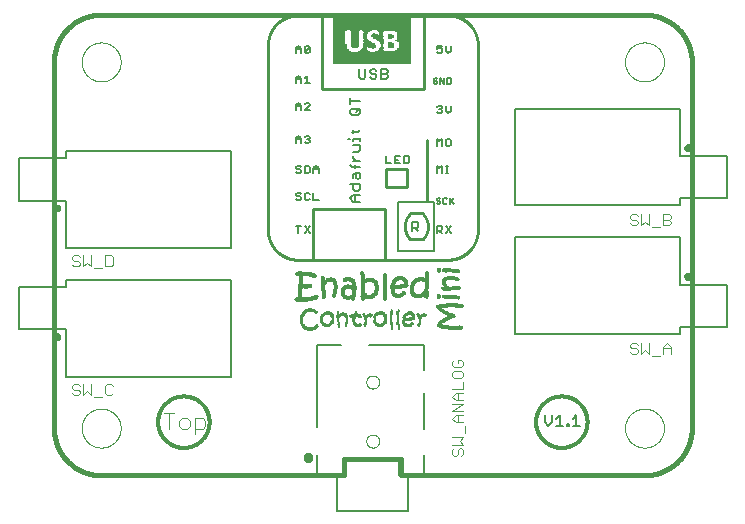
<source format=gto>
G75*
%MOIN*%
%OFA0B0*%
%FSLAX25Y25*%
%IPPOS*%
%LPD*%
%AMOC8*
5,1,8,0,0,1.08239X$1,22.5*
%
%ADD10C,0.01600*%
%ADD11R,0.26000X0.00130*%
%ADD12R,0.06240X0.00130*%
%ADD13R,0.04030X0.00130*%
%ADD14R,0.11830X0.00130*%
%ADD15R,0.05850X0.00130*%
%ADD16R,0.03250X0.00130*%
%ADD17R,0.02600X0.00130*%
%ADD18R,0.05720X0.00130*%
%ADD19R,0.05590X0.00130*%
%ADD20R,0.02080X0.00130*%
%ADD21R,0.05330X0.00130*%
%ADD22R,0.02210X0.00130*%
%ADD23R,0.01950X0.00130*%
%ADD24R,0.05070X0.00130*%
%ADD25R,0.05200X0.00130*%
%ADD26R,0.01560X0.00130*%
%ADD27R,0.04810X0.00130*%
%ADD28R,0.05070X0.00130*%
%ADD29R,0.01690X0.00130*%
%ADD30R,0.01430X0.00130*%
%ADD31R,0.04680X0.00130*%
%ADD32R,0.04940X0.00130*%
%ADD33R,0.04550X0.00130*%
%ADD34R,0.01300X0.00130*%
%ADD35R,0.04420X0.00130*%
%ADD36R,0.01170X0.00130*%
%ADD37R,0.04290X0.00130*%
%ADD38R,0.00650X0.00130*%
%ADD39R,0.04160X0.00130*%
%ADD40R,0.01040X0.00130*%
%ADD41R,0.01820X0.00130*%
%ADD42R,0.02340X0.00130*%
%ADD43R,0.04420X0.00130*%
%ADD44R,0.00910X0.00130*%
%ADD45R,0.02730X0.00130*%
%ADD46R,0.03900X0.00130*%
%ADD47R,0.02860X0.00130*%
%ADD48R,0.03770X0.00130*%
%ADD49R,0.03510X0.00130*%
%ADD50R,0.02990X0.00130*%
%ADD51R,0.02470X0.00130*%
%ADD52R,0.02470X0.00130*%
%ADD53R,0.01170X0.00130*%
%ADD54R,0.03640X0.00130*%
%ADD55R,0.03770X0.00130*%
%ADD56R,0.01820X0.00130*%
%ADD57R,0.00780X0.00130*%
%ADD58R,0.05460X0.00130*%
%ADD59R,0.03120X0.00130*%
%ADD60R,0.11440X0.00130*%
%ADD61R,0.01700X0.00100*%
%ADD62R,0.02500X0.00100*%
%ADD63R,0.03000X0.00100*%
%ADD64R,0.03400X0.00100*%
%ADD65R,0.01500X0.00100*%
%ADD66R,0.03800X0.00100*%
%ADD67R,0.00400X0.00100*%
%ADD68R,0.04400X0.00100*%
%ADD69R,0.04200X0.00100*%
%ADD70R,0.00600X0.00100*%
%ADD71R,0.05600X0.00100*%
%ADD72R,0.00800X0.00100*%
%ADD73R,0.06400X0.00100*%
%ADD74R,0.04600X0.00100*%
%ADD75R,0.07000X0.00100*%
%ADD76R,0.04800X0.00100*%
%ADD77R,0.00200X0.00100*%
%ADD78R,0.07500X0.00100*%
%ADD79R,0.02000X0.00100*%
%ADD80R,0.00900X0.00100*%
%ADD81R,0.07800X0.00100*%
%ADD82R,0.01600X0.00100*%
%ADD83R,0.08100X0.00100*%
%ADD84R,0.01400X0.00100*%
%ADD85R,0.00100X0.00100*%
%ADD86R,0.01200X0.00100*%
%ADD87R,0.08300X0.00100*%
%ADD88R,0.01300X0.00100*%
%ADD89R,0.00700X0.00100*%
%ADD90R,0.00500X0.00100*%
%ADD91R,0.01100X0.00100*%
%ADD92R,0.01800X0.00100*%
%ADD93R,0.08400X0.00100*%
%ADD94R,0.02100X0.00100*%
%ADD95R,0.02400X0.00100*%
%ADD96R,0.01000X0.00100*%
%ADD97R,0.02600X0.00100*%
%ADD98R,0.04000X0.00100*%
%ADD99R,0.02800X0.00100*%
%ADD100R,0.02300X0.00100*%
%ADD101R,0.02900X0.00100*%
%ADD102R,0.03200X0.00100*%
%ADD103R,0.03500X0.00100*%
%ADD104R,0.03300X0.00100*%
%ADD105R,0.03600X0.00100*%
%ADD106R,0.01900X0.00100*%
%ADD107R,0.02700X0.00100*%
%ADD108R,0.02200X0.00100*%
%ADD109R,0.03900X0.00100*%
%ADD110R,0.04100X0.00100*%
%ADD111R,0.00300X0.00100*%
%ADD112R,0.03100X0.00100*%
%ADD113R,0.03700X0.00100*%
%ADD114R,0.04500X0.00100*%
%ADD115R,0.09300X0.00100*%
%ADD116R,0.09200X0.00100*%
%ADD117R,0.09100X0.00100*%
%ADD118R,0.08700X0.00100*%
%ADD119R,0.08200X0.00100*%
%ADD120R,0.04300X0.00100*%
%ADD121R,0.05100X0.00100*%
%ADD122R,0.06100X0.00100*%
%ADD123R,0.06700X0.00100*%
%ADD124R,0.07100X0.00100*%
%ADD125R,0.07300X0.00100*%
%ADD126R,0.05400X0.00100*%
%ADD127R,0.07200X0.00100*%
%ADD128R,0.05700X0.00100*%
%ADD129R,0.05800X0.00100*%
%ADD130R,0.04700X0.00100*%
%ADD131R,0.04900X0.00100*%
%ADD132R,0.05000X0.00100*%
%ADD133R,0.05300X0.00100*%
%ADD134R,0.06500X0.00100*%
%ADD135R,0.05200X0.00100*%
%ADD136R,0.05500X0.00100*%
%ADD137R,0.06000X0.00100*%
%ADD138R,0.06800X0.00100*%
%ADD139R,0.06900X0.00100*%
%ADD140R,0.06600X0.00100*%
%ADD141R,0.06200X0.00100*%
%ADD142C,0.01200*%
%ADD143C,0.00400*%
%ADD144C,0.00600*%
%ADD145C,0.00000*%
%ADD146C,0.00500*%
%ADD147C,0.01378*%
%ADD148C,0.00300*%
%ADD149C,0.01575*%
%ADD150C,0.01000*%
%ADD151C,0.00800*%
D10*
X0029642Y0013894D02*
X0110744Y0013894D01*
X0110744Y0019406D01*
X0129642Y0019406D01*
X0129642Y0013894D01*
X0210744Y0013894D01*
X0211125Y0013899D01*
X0211505Y0013912D01*
X0211885Y0013935D01*
X0212264Y0013968D01*
X0212642Y0014009D01*
X0213019Y0014059D01*
X0213395Y0014119D01*
X0213770Y0014187D01*
X0214142Y0014265D01*
X0214513Y0014352D01*
X0214881Y0014447D01*
X0215247Y0014552D01*
X0215610Y0014665D01*
X0215971Y0014787D01*
X0216328Y0014917D01*
X0216682Y0015057D01*
X0217033Y0015204D01*
X0217380Y0015361D01*
X0217723Y0015525D01*
X0218062Y0015698D01*
X0218397Y0015879D01*
X0218728Y0016068D01*
X0219053Y0016265D01*
X0219374Y0016469D01*
X0219690Y0016682D01*
X0220000Y0016902D01*
X0220306Y0017129D01*
X0220605Y0017364D01*
X0220899Y0017606D01*
X0221187Y0017854D01*
X0221469Y0018110D01*
X0221744Y0018373D01*
X0222013Y0018642D01*
X0222276Y0018917D01*
X0222532Y0019199D01*
X0222780Y0019487D01*
X0223022Y0019781D01*
X0223257Y0020080D01*
X0223484Y0020386D01*
X0223704Y0020696D01*
X0223917Y0021012D01*
X0224121Y0021333D01*
X0224318Y0021658D01*
X0224507Y0021989D01*
X0224688Y0022324D01*
X0224861Y0022663D01*
X0225025Y0023006D01*
X0225182Y0023353D01*
X0225329Y0023704D01*
X0225469Y0024058D01*
X0225599Y0024415D01*
X0225721Y0024776D01*
X0225834Y0025139D01*
X0225939Y0025505D01*
X0226034Y0025873D01*
X0226121Y0026244D01*
X0226199Y0026616D01*
X0226267Y0026991D01*
X0226327Y0027367D01*
X0226377Y0027744D01*
X0226418Y0028122D01*
X0226451Y0028501D01*
X0226474Y0028881D01*
X0226487Y0029261D01*
X0226492Y0029642D01*
X0226492Y0151689D01*
X0226487Y0152070D01*
X0226474Y0152450D01*
X0226451Y0152830D01*
X0226418Y0153209D01*
X0226377Y0153587D01*
X0226327Y0153964D01*
X0226267Y0154340D01*
X0226199Y0154715D01*
X0226121Y0155087D01*
X0226034Y0155458D01*
X0225939Y0155826D01*
X0225834Y0156192D01*
X0225721Y0156555D01*
X0225599Y0156916D01*
X0225469Y0157273D01*
X0225329Y0157627D01*
X0225182Y0157978D01*
X0225025Y0158325D01*
X0224861Y0158668D01*
X0224688Y0159007D01*
X0224507Y0159342D01*
X0224318Y0159673D01*
X0224121Y0159998D01*
X0223917Y0160319D01*
X0223704Y0160635D01*
X0223484Y0160945D01*
X0223257Y0161251D01*
X0223022Y0161550D01*
X0222780Y0161844D01*
X0222532Y0162132D01*
X0222276Y0162414D01*
X0222013Y0162689D01*
X0221744Y0162958D01*
X0221469Y0163221D01*
X0221187Y0163477D01*
X0220899Y0163725D01*
X0220605Y0163967D01*
X0220306Y0164202D01*
X0220000Y0164429D01*
X0219690Y0164649D01*
X0219374Y0164862D01*
X0219053Y0165066D01*
X0218728Y0165263D01*
X0218397Y0165452D01*
X0218062Y0165633D01*
X0217723Y0165806D01*
X0217380Y0165970D01*
X0217033Y0166127D01*
X0216682Y0166274D01*
X0216328Y0166414D01*
X0215971Y0166544D01*
X0215610Y0166666D01*
X0215247Y0166779D01*
X0214881Y0166884D01*
X0214513Y0166979D01*
X0214142Y0167066D01*
X0213770Y0167144D01*
X0213395Y0167212D01*
X0213019Y0167272D01*
X0212642Y0167322D01*
X0212264Y0167363D01*
X0211885Y0167396D01*
X0211505Y0167419D01*
X0211125Y0167432D01*
X0210744Y0167437D01*
X0029642Y0167437D01*
X0029261Y0167432D01*
X0028881Y0167419D01*
X0028501Y0167396D01*
X0028122Y0167363D01*
X0027744Y0167322D01*
X0027367Y0167272D01*
X0026991Y0167212D01*
X0026616Y0167144D01*
X0026244Y0167066D01*
X0025873Y0166979D01*
X0025505Y0166884D01*
X0025139Y0166779D01*
X0024776Y0166666D01*
X0024415Y0166544D01*
X0024058Y0166414D01*
X0023704Y0166274D01*
X0023353Y0166127D01*
X0023006Y0165970D01*
X0022663Y0165806D01*
X0022324Y0165633D01*
X0021989Y0165452D01*
X0021658Y0165263D01*
X0021333Y0165066D01*
X0021012Y0164862D01*
X0020696Y0164649D01*
X0020386Y0164429D01*
X0020080Y0164202D01*
X0019781Y0163967D01*
X0019487Y0163725D01*
X0019199Y0163477D01*
X0018917Y0163221D01*
X0018642Y0162958D01*
X0018373Y0162689D01*
X0018110Y0162414D01*
X0017854Y0162132D01*
X0017606Y0161844D01*
X0017364Y0161550D01*
X0017129Y0161251D01*
X0016902Y0160945D01*
X0016682Y0160635D01*
X0016469Y0160319D01*
X0016265Y0159998D01*
X0016068Y0159673D01*
X0015879Y0159342D01*
X0015698Y0159007D01*
X0015525Y0158668D01*
X0015361Y0158325D01*
X0015204Y0157978D01*
X0015057Y0157627D01*
X0014917Y0157273D01*
X0014787Y0156916D01*
X0014665Y0156555D01*
X0014552Y0156192D01*
X0014447Y0155826D01*
X0014352Y0155458D01*
X0014265Y0155087D01*
X0014187Y0154715D01*
X0014119Y0154340D01*
X0014059Y0153964D01*
X0014009Y0153587D01*
X0013968Y0153209D01*
X0013935Y0152830D01*
X0013912Y0152450D01*
X0013899Y0152070D01*
X0013894Y0151689D01*
X0013894Y0029642D01*
X0013899Y0029261D01*
X0013912Y0028881D01*
X0013935Y0028501D01*
X0013968Y0028122D01*
X0014009Y0027744D01*
X0014059Y0027367D01*
X0014119Y0026991D01*
X0014187Y0026616D01*
X0014265Y0026244D01*
X0014352Y0025873D01*
X0014447Y0025505D01*
X0014552Y0025139D01*
X0014665Y0024776D01*
X0014787Y0024415D01*
X0014917Y0024058D01*
X0015057Y0023704D01*
X0015204Y0023353D01*
X0015361Y0023006D01*
X0015525Y0022663D01*
X0015698Y0022324D01*
X0015879Y0021989D01*
X0016068Y0021658D01*
X0016265Y0021333D01*
X0016469Y0021012D01*
X0016682Y0020696D01*
X0016902Y0020386D01*
X0017129Y0020080D01*
X0017364Y0019781D01*
X0017606Y0019487D01*
X0017854Y0019199D01*
X0018110Y0018917D01*
X0018373Y0018642D01*
X0018642Y0018373D01*
X0018917Y0018110D01*
X0019199Y0017854D01*
X0019487Y0017606D01*
X0019781Y0017364D01*
X0020080Y0017129D01*
X0020386Y0016902D01*
X0020696Y0016682D01*
X0021012Y0016469D01*
X0021333Y0016265D01*
X0021658Y0016068D01*
X0021989Y0015879D01*
X0022324Y0015698D01*
X0022663Y0015525D01*
X0023006Y0015361D01*
X0023353Y0015204D01*
X0023704Y0015057D01*
X0024058Y0014917D01*
X0024415Y0014787D01*
X0024776Y0014665D01*
X0025139Y0014552D01*
X0025505Y0014447D01*
X0025873Y0014352D01*
X0026244Y0014265D01*
X0026616Y0014187D01*
X0026991Y0014119D01*
X0027367Y0014059D01*
X0027744Y0014009D01*
X0028122Y0013968D01*
X0028501Y0013935D01*
X0028881Y0013912D01*
X0029261Y0013899D01*
X0029642Y0013894D01*
D11*
X0119909Y0151159D03*
X0119909Y0151289D03*
X0119909Y0151419D03*
X0119909Y0151549D03*
X0119909Y0151679D03*
X0119909Y0151809D03*
X0119909Y0151939D03*
X0119909Y0152069D03*
X0119909Y0152199D03*
X0119909Y0152329D03*
X0119909Y0152459D03*
X0119909Y0152589D03*
X0119909Y0152719D03*
X0119909Y0152849D03*
X0119909Y0152979D03*
X0119909Y0153109D03*
X0119909Y0153239D03*
X0119909Y0153369D03*
X0119909Y0153499D03*
X0119909Y0153629D03*
X0119909Y0153759D03*
X0119909Y0153889D03*
X0119909Y0154019D03*
X0119909Y0154149D03*
X0119909Y0154279D03*
X0119909Y0154409D03*
X0119909Y0154539D03*
X0119909Y0154669D03*
X0119909Y0154799D03*
X0119909Y0162209D03*
X0119909Y0162339D03*
X0119909Y0162469D03*
X0119909Y0162599D03*
X0119909Y0162729D03*
X0119909Y0162859D03*
X0119909Y0162989D03*
X0119909Y0163119D03*
X0119909Y0163249D03*
X0119909Y0163379D03*
X0119909Y0163509D03*
X0119909Y0163639D03*
X0119909Y0163769D03*
X0119909Y0163899D03*
X0119909Y0164029D03*
X0119909Y0164159D03*
X0119909Y0164289D03*
X0119909Y0164419D03*
X0119909Y0164549D03*
X0119909Y0164679D03*
X0119909Y0164809D03*
X0119909Y0164939D03*
X0119909Y0165069D03*
X0119909Y0165199D03*
X0119909Y0165329D03*
X0119909Y0165459D03*
X0119909Y0165589D03*
X0119909Y0165719D03*
X0119909Y0165849D03*
X0119909Y0165979D03*
X0119909Y0166109D03*
X0119909Y0166239D03*
X0119909Y0166369D03*
D12*
X0110029Y0154929D03*
D13*
X0117114Y0154929D03*
X0119064Y0157139D03*
X0119064Y0157269D03*
X0130894Y0157269D03*
X0130894Y0157139D03*
X0130894Y0157009D03*
X0130894Y0156879D03*
X0130894Y0156749D03*
X0130894Y0156619D03*
X0130894Y0156489D03*
X0130894Y0157399D03*
X0130894Y0157529D03*
X0130894Y0157659D03*
D14*
X0126994Y0154929D03*
D15*
X0129984Y0161949D03*
X0109834Y0155059D03*
D16*
X0117114Y0155059D03*
X0118674Y0157789D03*
X0122054Y0159479D03*
D17*
X0119779Y0156619D03*
X0117179Y0155189D03*
X0114189Y0156879D03*
X0114189Y0157009D03*
X0114189Y0157139D03*
X0122639Y0155059D03*
D18*
X0130049Y0155059D03*
D19*
X0109704Y0155189D03*
D20*
X0114189Y0156489D03*
X0117179Y0155449D03*
X0122769Y0155189D03*
X0126279Y0156749D03*
X0126279Y0156879D03*
X0126279Y0157009D03*
X0126279Y0157139D03*
X0126279Y0157269D03*
X0126279Y0157399D03*
X0122899Y0161949D03*
X0118089Y0161819D03*
D21*
X0109574Y0155319D03*
X0130244Y0155189D03*
D22*
X0122574Y0158959D03*
X0120884Y0160519D03*
X0118154Y0158309D03*
X0117114Y0155319D03*
D23*
X0119974Y0156359D03*
X0118024Y0158439D03*
X0122704Y0158829D03*
X0126214Y0157659D03*
X0126214Y0157529D03*
X0126214Y0156619D03*
X0126214Y0156489D03*
X0122834Y0155319D03*
D24*
X0130374Y0155319D03*
D25*
X0130309Y0158829D03*
X0130309Y0161689D03*
X0109509Y0155449D03*
D26*
X0117309Y0155839D03*
X0120039Y0156229D03*
X0117829Y0158829D03*
X0117829Y0161299D03*
X0117829Y0161429D03*
X0123029Y0161689D03*
X0126019Y0160649D03*
X0126019Y0160519D03*
X0126019Y0159479D03*
X0126019Y0157919D03*
X0126019Y0156229D03*
X0122899Y0155449D03*
X0122899Y0158569D03*
D27*
X0130504Y0159089D03*
X0130504Y0161429D03*
X0130504Y0155449D03*
X0109314Y0155839D03*
X0109314Y0162079D03*
D28*
X0109444Y0155579D03*
D29*
X0117244Y0155579D03*
X0117244Y0155709D03*
X0117894Y0158699D03*
X0117894Y0161559D03*
X0122964Y0161819D03*
X0126084Y0160389D03*
X0126084Y0160259D03*
X0126084Y0160129D03*
X0126084Y0159999D03*
X0126084Y0159869D03*
X0126084Y0159739D03*
X0126084Y0159609D03*
X0122834Y0158699D03*
D30*
X0122964Y0158439D03*
X0122964Y0160519D03*
X0120754Y0160779D03*
X0117764Y0161169D03*
X0117764Y0159089D03*
X0117764Y0158959D03*
X0117374Y0155969D03*
X0122964Y0155709D03*
X0122964Y0155579D03*
X0125954Y0159349D03*
D31*
X0130569Y0159349D03*
X0130569Y0159219D03*
X0130569Y0158569D03*
X0130569Y0161169D03*
X0130569Y0161299D03*
X0130569Y0155579D03*
X0109249Y0155969D03*
X0109249Y0156099D03*
D32*
X0109379Y0155709D03*
X0130439Y0158699D03*
X0130439Y0158959D03*
X0130439Y0161559D03*
D33*
X0130634Y0161039D03*
X0130634Y0160909D03*
X0130634Y0159609D03*
X0130634Y0159479D03*
X0130634Y0158439D03*
X0130634Y0155709D03*
X0109184Y0156229D03*
X0109184Y0156359D03*
X0109184Y0156489D03*
D34*
X0114189Y0156229D03*
X0117439Y0156229D03*
X0117439Y0156099D03*
X0117569Y0156619D03*
X0117699Y0159219D03*
X0117699Y0159349D03*
X0117699Y0159479D03*
X0117699Y0160779D03*
X0117699Y0160909D03*
X0117699Y0161039D03*
X0123029Y0161039D03*
X0123029Y0160909D03*
X0123029Y0160779D03*
X0123029Y0160649D03*
X0123029Y0161169D03*
X0123029Y0161299D03*
X0123029Y0161429D03*
X0123029Y0161559D03*
X0125889Y0160779D03*
X0123029Y0158309D03*
X0123029Y0155839D03*
D35*
X0130699Y0155839D03*
X0130699Y0158309D03*
X0130699Y0159739D03*
X0130699Y0159869D03*
X0130699Y0159999D03*
X0130699Y0160129D03*
X0130699Y0160259D03*
X0130699Y0160389D03*
X0130699Y0160519D03*
X0130699Y0160649D03*
X0130699Y0160779D03*
D36*
X0123094Y0158179D03*
X0123094Y0158049D03*
X0123094Y0156099D03*
X0123094Y0155969D03*
X0117504Y0156359D03*
X0117504Y0156489D03*
D37*
X0119064Y0156749D03*
X0109054Y0157399D03*
X0109054Y0157529D03*
X0109054Y0157659D03*
X0109054Y0157789D03*
X0109054Y0157919D03*
X0109054Y0158049D03*
X0109054Y0158179D03*
X0109054Y0158309D03*
X0109054Y0158439D03*
X0109054Y0158569D03*
X0109054Y0158699D03*
X0109054Y0158829D03*
X0109054Y0158959D03*
X0109054Y0159089D03*
X0109054Y0159219D03*
X0109054Y0159349D03*
X0109054Y0159479D03*
X0109054Y0159609D03*
X0109054Y0159739D03*
X0109054Y0159869D03*
X0109054Y0159999D03*
X0109054Y0160129D03*
X0109054Y0160259D03*
X0109054Y0160389D03*
X0109054Y0160519D03*
X0109054Y0160649D03*
X0109054Y0160779D03*
X0109054Y0160909D03*
X0109054Y0161039D03*
X0109054Y0161169D03*
X0109054Y0161299D03*
X0109054Y0161429D03*
X0109054Y0161559D03*
X0109054Y0161689D03*
X0109054Y0161819D03*
X0130764Y0158179D03*
X0130764Y0158049D03*
X0130764Y0155969D03*
D38*
X0120104Y0156099D03*
D39*
X0119129Y0156879D03*
X0119129Y0157009D03*
X0130829Y0156359D03*
X0130829Y0156229D03*
X0130829Y0156099D03*
X0130829Y0157789D03*
X0130829Y0157919D03*
D40*
X0123159Y0157919D03*
X0123159Y0157789D03*
X0123159Y0157659D03*
X0123159Y0156489D03*
X0123159Y0156359D03*
X0123159Y0156229D03*
D41*
X0126149Y0156359D03*
X0126149Y0157789D03*
X0117959Y0158569D03*
X0117959Y0161689D03*
X0114189Y0156359D03*
D42*
X0114189Y0156619D03*
X0114189Y0156749D03*
X0119909Y0156489D03*
X0118219Y0161949D03*
D43*
X0109119Y0161949D03*
X0109119Y0157269D03*
X0109119Y0157139D03*
X0109119Y0157009D03*
X0109119Y0156879D03*
X0109119Y0156749D03*
X0109119Y0156619D03*
D44*
X0123224Y0156619D03*
X0123224Y0156749D03*
X0123224Y0156879D03*
X0123224Y0157009D03*
X0123224Y0157139D03*
X0123224Y0157269D03*
X0123224Y0157399D03*
X0123224Y0157529D03*
D45*
X0122314Y0159219D03*
X0118414Y0158049D03*
X0114124Y0157399D03*
X0114124Y0157269D03*
D46*
X0118999Y0157399D03*
X0121729Y0159999D03*
X0121729Y0160129D03*
X0121729Y0160259D03*
X0121729Y0160389D03*
D47*
X0114189Y0160389D03*
X0114189Y0160259D03*
X0114189Y0160129D03*
X0114189Y0159999D03*
X0114189Y0159869D03*
X0114189Y0159739D03*
X0114189Y0159609D03*
X0114189Y0159479D03*
X0114189Y0159349D03*
X0114189Y0159219D03*
X0114189Y0159089D03*
X0114189Y0158959D03*
X0114189Y0158829D03*
X0114189Y0158699D03*
X0114189Y0158569D03*
X0114189Y0158439D03*
X0114189Y0158309D03*
X0114189Y0158179D03*
X0114189Y0158049D03*
X0114189Y0157919D03*
X0114189Y0157789D03*
X0114189Y0157659D03*
X0114189Y0157529D03*
X0114189Y0160519D03*
X0114189Y0160649D03*
X0114189Y0160779D03*
X0114189Y0160909D03*
X0114189Y0161039D03*
X0114189Y0161169D03*
X0114189Y0161299D03*
X0114189Y0161429D03*
X0114189Y0161559D03*
X0114189Y0161689D03*
X0114189Y0161819D03*
X0114189Y0161949D03*
D48*
X0118934Y0157529D03*
D49*
X0118804Y0157659D03*
X0121924Y0159609D03*
D50*
X0122184Y0159349D03*
X0118544Y0157919D03*
D51*
X0118284Y0158179D03*
D52*
X0122444Y0159089D03*
D53*
X0125824Y0159219D03*
X0117634Y0159609D03*
X0117634Y0159739D03*
X0117634Y0159869D03*
X0117634Y0159999D03*
X0117634Y0160129D03*
X0117634Y0160259D03*
X0117634Y0160389D03*
X0117634Y0160519D03*
X0117634Y0160649D03*
D54*
X0114189Y0162079D03*
X0121859Y0159739D03*
D55*
X0121794Y0159869D03*
D56*
X0120819Y0160649D03*
D57*
X0120689Y0160909D03*
D58*
X0130179Y0161819D03*
D59*
X0118219Y0162079D03*
D60*
X0127189Y0162079D03*
D61*
X0136094Y0079594D03*
X0134094Y0078194D03*
X0133994Y0078094D03*
X0130794Y0078794D03*
X0133694Y0074194D03*
X0137794Y0074794D03*
X0137794Y0074894D03*
X0144394Y0078894D03*
X0148294Y0076694D03*
X0143094Y0068794D03*
X0142794Y0068994D03*
X0142994Y0064694D03*
X0142894Y0064594D03*
X0137194Y0067294D03*
X0135994Y0066694D03*
X0132494Y0068094D03*
X0127294Y0074294D03*
X0120894Y0074194D03*
X0120794Y0074094D03*
X0117094Y0074194D03*
X0113894Y0075794D03*
X0117194Y0077994D03*
X0120894Y0078094D03*
X0120994Y0077994D03*
X0107294Y0078294D03*
X0103794Y0077694D03*
X0100994Y0068194D03*
X0097594Y0063094D03*
X0099294Y0062094D03*
X0104894Y0063394D03*
X0108994Y0066994D03*
X0110394Y0067694D03*
X0117994Y0066694D03*
X0119094Y0067294D03*
D62*
X0122794Y0067994D03*
X0122594Y0063594D03*
X0115094Y0063994D03*
X0110394Y0067294D03*
X0105094Y0067994D03*
X0104894Y0063594D03*
X0099294Y0062194D03*
X0111994Y0079494D03*
X0135194Y0073094D03*
X0144794Y0075494D03*
X0147994Y0076594D03*
X0145194Y0067694D03*
X0146394Y0067094D03*
X0144894Y0065894D03*
D63*
X0145844Y0066294D03*
X0146044Y0066394D03*
X0136644Y0066794D03*
X0132444Y0067594D03*
X0132044Y0063794D03*
X0122644Y0063794D03*
X0118544Y0066794D03*
X0118544Y0066894D03*
X0122744Y0067794D03*
X0128744Y0073294D03*
X0119344Y0079094D03*
X0104944Y0063794D03*
X0099344Y0062294D03*
D64*
X0099344Y0062394D03*
X0114444Y0067094D03*
X0122744Y0067594D03*
X0122644Y0063994D03*
X0127744Y0075994D03*
X0129344Y0079494D03*
X0119344Y0078994D03*
X0112044Y0079194D03*
X0096344Y0081494D03*
D65*
X0100594Y0079894D03*
X0103794Y0077494D03*
X0107394Y0078194D03*
X0107494Y0077994D03*
X0110494Y0075794D03*
X0110394Y0073894D03*
X0110494Y0073794D03*
X0113694Y0073794D03*
X0113894Y0075594D03*
X0116994Y0074394D03*
X0121094Y0074494D03*
X0121194Y0074694D03*
X0121294Y0077494D03*
X0121194Y0077694D03*
X0121194Y0077794D03*
X0121094Y0077894D03*
X0117094Y0077894D03*
X0113594Y0078294D03*
X0111994Y0079694D03*
X0101194Y0073494D03*
X0097894Y0076094D03*
X0099394Y0069194D03*
X0097594Y0068094D03*
X0101294Y0063194D03*
X0106094Y0064194D03*
X0106194Y0067394D03*
X0108894Y0066894D03*
X0117894Y0066594D03*
X0119094Y0067394D03*
X0121594Y0067394D03*
X0123894Y0067394D03*
X0127094Y0074494D03*
X0126994Y0074594D03*
X0127194Y0077994D03*
X0127294Y0078194D03*
X0127394Y0078294D03*
X0127494Y0078394D03*
X0130994Y0078494D03*
X0131094Y0078394D03*
X0131194Y0077394D03*
X0133694Y0077694D03*
X0133794Y0077794D03*
X0133394Y0074694D03*
X0133494Y0074494D03*
X0130494Y0074494D03*
X0137894Y0075094D03*
X0142194Y0073294D03*
X0142194Y0069494D03*
X0142294Y0069394D03*
X0137194Y0067394D03*
X0135994Y0066594D03*
X0142294Y0063994D03*
X0142394Y0064094D03*
X0148094Y0062394D03*
X0144894Y0076594D03*
X0144194Y0078794D03*
X0142194Y0081994D03*
X0142194Y0082094D03*
D66*
X0128744Y0073594D03*
X0112344Y0072794D03*
X0099344Y0062494D03*
X0146644Y0070894D03*
D67*
X0148544Y0078594D03*
X0138344Y0081694D03*
X0124344Y0071994D03*
X0116844Y0072094D03*
X0117244Y0067794D03*
X0126544Y0062494D03*
X0128844Y0062494D03*
X0110744Y0078194D03*
D68*
X0112144Y0073394D03*
X0112144Y0073294D03*
X0118544Y0073094D03*
X0128344Y0076194D03*
X0129344Y0078994D03*
X0136644Y0079294D03*
X0146344Y0079594D03*
X0145644Y0073694D03*
X0147544Y0062494D03*
X0099344Y0062694D03*
X0099444Y0068494D03*
X0097644Y0076294D03*
D69*
X0097544Y0076194D03*
X0112544Y0076694D03*
X0112244Y0073094D03*
X0128744Y0073794D03*
X0136744Y0079394D03*
X0145544Y0082494D03*
X0099344Y0062594D03*
D70*
X0101744Y0063994D03*
X0108844Y0062994D03*
X0114644Y0068194D03*
X0111944Y0072394D03*
X0112044Y0077194D03*
X0122844Y0068294D03*
X0126544Y0062594D03*
X0128844Y0062594D03*
X0135644Y0063294D03*
X0142144Y0082794D03*
D71*
X0146144Y0082194D03*
X0146344Y0081694D03*
X0146144Y0073394D03*
X0146344Y0072894D03*
X0147144Y0062594D03*
X0128944Y0076694D03*
X0097044Y0071994D03*
D72*
X0101344Y0067794D03*
X0103944Y0072694D03*
X0108744Y0067994D03*
X0108644Y0067494D03*
X0108744Y0065094D03*
X0108744Y0064994D03*
X0108744Y0064894D03*
X0108844Y0063194D03*
X0108844Y0063094D03*
X0111244Y0063494D03*
X0117644Y0063494D03*
X0117644Y0063594D03*
X0119644Y0066694D03*
X0117244Y0067594D03*
X0114644Y0068094D03*
X0116844Y0072194D03*
X0124344Y0072094D03*
X0133344Y0064494D03*
X0135644Y0063494D03*
X0128844Y0062894D03*
X0128844Y0062794D03*
X0128844Y0062694D03*
X0126544Y0062694D03*
X0126544Y0062794D03*
X0126544Y0062894D03*
X0143544Y0076494D03*
X0142144Y0081494D03*
X0138344Y0081594D03*
X0116644Y0081594D03*
D73*
X0097344Y0072194D03*
X0146144Y0075894D03*
X0146144Y0075994D03*
X0146244Y0076294D03*
X0146244Y0076394D03*
X0146544Y0070794D03*
X0146844Y0062694D03*
D74*
X0136544Y0079194D03*
X0118644Y0073194D03*
X0112144Y0073494D03*
X0112444Y0076394D03*
X0112444Y0076494D03*
X0097744Y0076494D03*
X0097744Y0076594D03*
X0097744Y0076694D03*
X0097744Y0076794D03*
X0097744Y0076894D03*
X0097744Y0076994D03*
X0099344Y0062794D03*
D75*
X0097644Y0072394D03*
X0146644Y0062794D03*
D76*
X0128544Y0076294D03*
X0136344Y0078994D03*
X0118744Y0078894D03*
X0112344Y0076194D03*
X0099344Y0062894D03*
D77*
X0108844Y0062894D03*
X0107244Y0072994D03*
X0103744Y0080094D03*
X0100844Y0079594D03*
X0116644Y0081694D03*
X0130644Y0075094D03*
X0133344Y0064694D03*
X0148844Y0081294D03*
D78*
X0146394Y0070694D03*
X0146394Y0062894D03*
D79*
X0143844Y0065294D03*
X0143944Y0068294D03*
X0143744Y0068394D03*
X0137144Y0067094D03*
X0132444Y0067994D03*
X0131144Y0065294D03*
X0135144Y0072994D03*
X0137644Y0074494D03*
X0134444Y0078394D03*
X0130944Y0077294D03*
X0127944Y0078794D03*
X0130244Y0074194D03*
X0120544Y0073894D03*
X0120644Y0078294D03*
X0117344Y0078194D03*
X0111944Y0076994D03*
X0111844Y0072594D03*
X0110444Y0067594D03*
X0119044Y0066994D03*
X0103944Y0078094D03*
X0100744Y0068294D03*
X0100844Y0062994D03*
X0097844Y0062994D03*
X0146144Y0079994D03*
D80*
X0148494Y0078694D03*
X0138294Y0081494D03*
X0138094Y0072794D03*
X0135294Y0067594D03*
X0135294Y0067494D03*
X0135494Y0066994D03*
X0135894Y0065894D03*
X0135894Y0065794D03*
X0135894Y0065694D03*
X0135894Y0065594D03*
X0135894Y0065494D03*
X0135894Y0065394D03*
X0135894Y0065294D03*
X0135894Y0065194D03*
X0135894Y0065094D03*
X0135894Y0064994D03*
X0135894Y0064894D03*
X0135894Y0064794D03*
X0135894Y0064694D03*
X0135894Y0064594D03*
X0135894Y0064494D03*
X0135894Y0064394D03*
X0135794Y0064094D03*
X0135794Y0063994D03*
X0135694Y0063694D03*
X0135694Y0063594D03*
X0130694Y0064594D03*
X0130594Y0064994D03*
X0130594Y0065094D03*
X0130594Y0065194D03*
X0130694Y0066194D03*
X0130794Y0066494D03*
X0128694Y0066494D03*
X0128694Y0066594D03*
X0128694Y0066694D03*
X0128694Y0066794D03*
X0128694Y0066894D03*
X0128694Y0066994D03*
X0128694Y0067094D03*
X0128694Y0067194D03*
X0128694Y0066394D03*
X0128694Y0066294D03*
X0128694Y0066194D03*
X0128694Y0066094D03*
X0128694Y0065994D03*
X0128694Y0065894D03*
X0128694Y0065794D03*
X0128694Y0065694D03*
X0128694Y0065594D03*
X0128694Y0065494D03*
X0128694Y0065394D03*
X0128694Y0065294D03*
X0128694Y0065194D03*
X0128694Y0065094D03*
X0128694Y0064994D03*
X0128694Y0064894D03*
X0128794Y0063994D03*
X0128794Y0063894D03*
X0128794Y0063794D03*
X0128794Y0063694D03*
X0128794Y0063594D03*
X0128794Y0063494D03*
X0128794Y0063394D03*
X0128794Y0063294D03*
X0128794Y0063194D03*
X0128794Y0063094D03*
X0128794Y0062994D03*
X0126494Y0062994D03*
X0126494Y0063094D03*
X0126494Y0063194D03*
X0126494Y0063294D03*
X0126494Y0063394D03*
X0126494Y0063494D03*
X0126494Y0063594D03*
X0126494Y0063694D03*
X0126494Y0063794D03*
X0126494Y0063894D03*
X0126394Y0064794D03*
X0126394Y0064894D03*
X0126394Y0064994D03*
X0126394Y0065094D03*
X0126394Y0065194D03*
X0126394Y0065294D03*
X0126394Y0065394D03*
X0126394Y0065494D03*
X0126394Y0065594D03*
X0126394Y0065694D03*
X0126394Y0065794D03*
X0126394Y0065894D03*
X0126394Y0065994D03*
X0126394Y0066094D03*
X0126394Y0066194D03*
X0126394Y0066294D03*
X0126394Y0066394D03*
X0126394Y0066494D03*
X0126394Y0066594D03*
X0126394Y0066694D03*
X0126394Y0066794D03*
X0126394Y0066894D03*
X0126394Y0066994D03*
X0126394Y0067094D03*
X0126394Y0067194D03*
X0126394Y0067294D03*
X0126494Y0068394D03*
X0126494Y0068494D03*
X0126494Y0068594D03*
X0128794Y0068594D03*
X0128794Y0068494D03*
X0128794Y0068394D03*
X0128794Y0068294D03*
X0124494Y0066494D03*
X0124594Y0065994D03*
X0124594Y0065894D03*
X0124594Y0065794D03*
X0124594Y0065694D03*
X0124494Y0065194D03*
X0120994Y0064994D03*
X0120894Y0065394D03*
X0120894Y0065494D03*
X0120894Y0065594D03*
X0120894Y0065694D03*
X0120894Y0065794D03*
X0120894Y0065894D03*
X0120894Y0065994D03*
X0120894Y0066094D03*
X0120994Y0066494D03*
X0117894Y0065494D03*
X0117894Y0065394D03*
X0117894Y0065294D03*
X0117894Y0065194D03*
X0117894Y0065094D03*
X0117894Y0064994D03*
X0117894Y0064894D03*
X0117894Y0064794D03*
X0117894Y0064694D03*
X0117794Y0064394D03*
X0117794Y0064294D03*
X0117794Y0064194D03*
X0117794Y0064094D03*
X0117694Y0063894D03*
X0117694Y0063794D03*
X0117694Y0063694D03*
X0117294Y0067394D03*
X0117294Y0067494D03*
X0114594Y0067894D03*
X0114594Y0067994D03*
X0114094Y0066194D03*
X0114094Y0066094D03*
X0112994Y0066394D03*
X0111594Y0066294D03*
X0111594Y0066194D03*
X0111594Y0066094D03*
X0111594Y0065994D03*
X0111594Y0065894D03*
X0111594Y0065794D03*
X0111594Y0065694D03*
X0111594Y0065594D03*
X0111594Y0065494D03*
X0111594Y0065394D03*
X0111594Y0065294D03*
X0111594Y0065194D03*
X0111594Y0065094D03*
X0111594Y0064994D03*
X0111594Y0064894D03*
X0111494Y0064694D03*
X0111494Y0064594D03*
X0111494Y0064494D03*
X0111494Y0064394D03*
X0111394Y0064294D03*
X0111394Y0064194D03*
X0111394Y0064094D03*
X0111394Y0063994D03*
X0111294Y0063894D03*
X0111294Y0063794D03*
X0111294Y0063694D03*
X0111194Y0063594D03*
X0108894Y0063594D03*
X0108894Y0063694D03*
X0108894Y0063794D03*
X0108894Y0063894D03*
X0108794Y0064194D03*
X0108794Y0064294D03*
X0108794Y0064394D03*
X0108794Y0064494D03*
X0108794Y0064594D03*
X0108794Y0064694D03*
X0108794Y0064794D03*
X0108694Y0065194D03*
X0108694Y0065294D03*
X0108694Y0065394D03*
X0108694Y0065494D03*
X0108694Y0065594D03*
X0108694Y0065694D03*
X0108694Y0065794D03*
X0108694Y0065894D03*
X0108694Y0065994D03*
X0108694Y0066094D03*
X0108594Y0067294D03*
X0108594Y0067394D03*
X0108694Y0067594D03*
X0108694Y0067694D03*
X0108694Y0067794D03*
X0108694Y0067894D03*
X0106794Y0066594D03*
X0106894Y0066294D03*
X0106894Y0066194D03*
X0106894Y0066094D03*
X0106894Y0065994D03*
X0106894Y0065894D03*
X0106894Y0065794D03*
X0106894Y0065694D03*
X0106894Y0065594D03*
X0106894Y0065494D03*
X0106894Y0065394D03*
X0106794Y0065094D03*
X0108894Y0063494D03*
X0108894Y0063394D03*
X0108894Y0063294D03*
X0111494Y0066494D03*
X0111494Y0066594D03*
X0113494Y0072194D03*
X0116894Y0072294D03*
X0107194Y0073194D03*
X0101394Y0073694D03*
X0106094Y0079594D03*
X0103294Y0066394D03*
X0103294Y0066294D03*
X0103294Y0066194D03*
X0103294Y0065294D03*
X0103294Y0065194D03*
X0103294Y0065094D03*
X0101694Y0063794D03*
X0101694Y0063694D03*
X0096594Y0064894D03*
X0096594Y0066194D03*
D81*
X0146244Y0062994D03*
D82*
X0142744Y0064494D03*
X0142644Y0064394D03*
X0142544Y0064294D03*
X0142444Y0064194D03*
X0142644Y0069094D03*
X0142544Y0069194D03*
X0142444Y0069294D03*
X0137844Y0074994D03*
X0137944Y0078294D03*
X0133944Y0077994D03*
X0133844Y0077894D03*
X0130944Y0078594D03*
X0130844Y0078694D03*
X0129344Y0079994D03*
X0127644Y0078594D03*
X0127544Y0078494D03*
X0127144Y0074394D03*
X0128744Y0072994D03*
X0130444Y0074394D03*
X0133544Y0074394D03*
X0133644Y0074294D03*
X0131544Y0067394D03*
X0123744Y0064194D03*
X0122544Y0063394D03*
X0122844Y0068194D03*
X0120944Y0074294D03*
X0121044Y0074394D03*
X0117044Y0074294D03*
X0113944Y0075694D03*
X0113644Y0073694D03*
X0111844Y0072494D03*
X0110544Y0073694D03*
X0110644Y0075894D03*
X0111944Y0077094D03*
X0113444Y0078394D03*
X0106044Y0079494D03*
X0103744Y0077594D03*
X0105144Y0068194D03*
X0101144Y0063094D03*
X0097744Y0068194D03*
X0115244Y0063394D03*
D83*
X0146094Y0063094D03*
D84*
X0149644Y0069694D03*
X0142144Y0073094D03*
X0142144Y0073194D03*
X0142144Y0073394D03*
X0142144Y0073494D03*
X0142144Y0073594D03*
X0142144Y0073694D03*
X0144644Y0076694D03*
X0142144Y0081894D03*
X0142144Y0082194D03*
X0142144Y0082294D03*
X0142144Y0082394D03*
X0138044Y0078194D03*
X0137944Y0075194D03*
X0138044Y0073694D03*
X0138044Y0073594D03*
X0135144Y0072894D03*
X0133444Y0074594D03*
X0133344Y0074794D03*
X0133344Y0074894D03*
X0133244Y0075094D03*
X0133244Y0075194D03*
X0133244Y0075294D03*
X0133244Y0076194D03*
X0133244Y0076294D03*
X0133344Y0076794D03*
X0133344Y0076894D03*
X0133444Y0077094D03*
X0133444Y0077194D03*
X0133544Y0077394D03*
X0133544Y0077494D03*
X0133644Y0077594D03*
X0131244Y0077894D03*
X0131244Y0077994D03*
X0131244Y0078094D03*
X0131144Y0078194D03*
X0131144Y0078294D03*
X0130544Y0074594D03*
X0126944Y0074694D03*
X0126944Y0074794D03*
X0126844Y0074994D03*
X0126844Y0075094D03*
X0126744Y0075894D03*
X0126944Y0077394D03*
X0127044Y0077694D03*
X0127144Y0077894D03*
X0127244Y0078094D03*
X0124144Y0079194D03*
X0124144Y0079294D03*
X0124144Y0079394D03*
X0124144Y0079494D03*
X0124144Y0079594D03*
X0121244Y0077594D03*
X0121344Y0077394D03*
X0121344Y0077294D03*
X0121444Y0076994D03*
X0121444Y0076894D03*
X0121444Y0076794D03*
X0121444Y0075594D03*
X0121444Y0075494D03*
X0121344Y0075094D03*
X0121344Y0074994D03*
X0121244Y0074894D03*
X0121244Y0074794D03*
X0121144Y0074594D03*
X0124144Y0074794D03*
X0124144Y0074894D03*
X0124144Y0074994D03*
X0124244Y0073194D03*
X0117044Y0077694D03*
X0117044Y0077794D03*
X0113744Y0077994D03*
X0113744Y0078094D03*
X0113644Y0078194D03*
X0110944Y0078494D03*
X0110444Y0075694D03*
X0110344Y0075594D03*
X0110344Y0075494D03*
X0110244Y0074494D03*
X0110244Y0074394D03*
X0110344Y0074094D03*
X0110344Y0073994D03*
X0113844Y0073994D03*
X0113944Y0075394D03*
X0113944Y0075494D03*
X0116744Y0080694D03*
X0107644Y0077594D03*
X0107544Y0077894D03*
X0107444Y0078094D03*
X0103744Y0077394D03*
X0103744Y0077294D03*
X0103744Y0077194D03*
X0101144Y0068094D03*
X0103944Y0067394D03*
X0103844Y0064194D03*
X0108844Y0066794D03*
X0097444Y0067994D03*
X0097444Y0063194D03*
X0123944Y0064294D03*
X0133144Y0064094D03*
X0133344Y0067394D03*
X0135944Y0066494D03*
D85*
X0148794Y0072494D03*
X0149294Y0063594D03*
X0148294Y0081294D03*
X0124194Y0080994D03*
X0114694Y0068294D03*
X0119694Y0066494D03*
X0111194Y0063194D03*
D86*
X0111244Y0066994D03*
X0108744Y0066594D03*
X0108744Y0066494D03*
X0106444Y0064394D03*
X0103644Y0064294D03*
X0101544Y0063394D03*
X0097144Y0063494D03*
X0097044Y0063594D03*
X0097044Y0067494D03*
X0097144Y0067694D03*
X0097244Y0067794D03*
X0097344Y0067894D03*
X0101244Y0067994D03*
X0103944Y0072994D03*
X0103944Y0073094D03*
X0103944Y0073194D03*
X0103944Y0073294D03*
X0103944Y0073394D03*
X0103944Y0073794D03*
X0103844Y0074694D03*
X0103844Y0074794D03*
X0103844Y0074894D03*
X0103844Y0074994D03*
X0103744Y0075394D03*
X0103744Y0075494D03*
X0103744Y0075594D03*
X0103744Y0075694D03*
X0103744Y0075794D03*
X0103744Y0075894D03*
X0103744Y0075994D03*
X0103744Y0076094D03*
X0103744Y0076194D03*
X0103644Y0078994D03*
X0103644Y0079094D03*
X0103644Y0079194D03*
X0103744Y0079494D03*
X0103744Y0079594D03*
X0103744Y0079694D03*
X0107744Y0075794D03*
X0107744Y0075694D03*
X0107744Y0075594D03*
X0107644Y0074994D03*
X0107544Y0074594D03*
X0107444Y0074194D03*
X0107344Y0073894D03*
X0107244Y0073594D03*
X0107244Y0073494D03*
X0113544Y0072594D03*
X0113544Y0072494D03*
X0113944Y0074294D03*
X0113944Y0074394D03*
X0116944Y0074694D03*
X0116944Y0074794D03*
X0116944Y0074894D03*
X0116944Y0074994D03*
X0116944Y0075094D03*
X0116944Y0075194D03*
X0116944Y0075294D03*
X0116944Y0075394D03*
X0116944Y0075494D03*
X0116944Y0075594D03*
X0116944Y0075694D03*
X0116944Y0075794D03*
X0116944Y0075894D03*
X0116944Y0075994D03*
X0116944Y0076094D03*
X0116944Y0076194D03*
X0116944Y0076294D03*
X0116944Y0076394D03*
X0116944Y0076494D03*
X0116944Y0076594D03*
X0116944Y0076694D03*
X0116944Y0076794D03*
X0116944Y0076894D03*
X0116944Y0076994D03*
X0116944Y0077094D03*
X0116944Y0077194D03*
X0116944Y0077294D03*
X0116944Y0078994D03*
X0116844Y0079994D03*
X0116844Y0080094D03*
X0116644Y0081194D03*
X0116644Y0081294D03*
X0113944Y0077494D03*
X0114044Y0077194D03*
X0114044Y0077094D03*
X0114044Y0076994D03*
X0114044Y0076894D03*
X0114044Y0076794D03*
X0116944Y0072894D03*
X0116944Y0072794D03*
X0116944Y0072694D03*
X0118944Y0072594D03*
X0119144Y0067494D03*
X0117844Y0066294D03*
X0117844Y0066194D03*
X0121344Y0067194D03*
X0121444Y0067294D03*
X0124044Y0067294D03*
X0124144Y0067194D03*
X0124144Y0064494D03*
X0124044Y0064394D03*
X0121344Y0064294D03*
X0131244Y0067194D03*
X0133544Y0067294D03*
X0135944Y0066294D03*
X0137144Y0067494D03*
X0133244Y0064194D03*
X0132044Y0063194D03*
X0138044Y0072994D03*
X0138044Y0073094D03*
X0138044Y0073194D03*
X0138044Y0073294D03*
X0138044Y0075394D03*
X0138044Y0075494D03*
X0138044Y0075594D03*
X0138044Y0075694D03*
X0138044Y0075794D03*
X0142144Y0073794D03*
X0142144Y0072894D03*
X0144444Y0076794D03*
X0144344Y0076894D03*
X0144244Y0076994D03*
X0143944Y0078494D03*
X0144044Y0078594D03*
X0142144Y0081694D03*
X0142144Y0082594D03*
X0138244Y0081194D03*
X0138244Y0081094D03*
X0138244Y0080994D03*
X0148444Y0072594D03*
X0124244Y0080494D03*
X0124244Y0080594D03*
X0095844Y0081594D03*
X0096044Y0075894D03*
X0096044Y0075794D03*
X0096044Y0075694D03*
X0096044Y0075594D03*
X0096044Y0075494D03*
X0096044Y0075394D03*
X0096044Y0075294D03*
X0095944Y0073694D03*
D87*
X0145694Y0063494D03*
X0145994Y0063194D03*
D88*
X0135894Y0066394D03*
X0133694Y0066294D03*
X0131394Y0067294D03*
X0130994Y0064094D03*
X0121494Y0064194D03*
X0117894Y0066394D03*
X0117894Y0066494D03*
X0114394Y0064194D03*
X0108794Y0066694D03*
X0110394Y0067794D03*
X0106394Y0067294D03*
X0103794Y0067294D03*
X0106294Y0064294D03*
X0101394Y0063294D03*
X0097294Y0063294D03*
X0097194Y0063394D03*
X0095894Y0072994D03*
X0095894Y0073094D03*
X0095894Y0073194D03*
X0095894Y0073294D03*
X0095894Y0073394D03*
X0095894Y0073494D03*
X0095894Y0073594D03*
X0095994Y0073794D03*
X0095994Y0073894D03*
X0095994Y0073994D03*
X0095994Y0074094D03*
X0095994Y0074194D03*
X0095994Y0074294D03*
X0095994Y0074394D03*
X0095994Y0074494D03*
X0095994Y0074594D03*
X0095994Y0074694D03*
X0095994Y0074794D03*
X0095994Y0074894D03*
X0095994Y0074994D03*
X0095994Y0075094D03*
X0095994Y0075194D03*
X0096094Y0075994D03*
X0096094Y0076094D03*
X0096094Y0077394D03*
X0096094Y0077494D03*
X0096094Y0077594D03*
X0096094Y0077694D03*
X0096094Y0077794D03*
X0096094Y0077894D03*
X0096094Y0077994D03*
X0096094Y0078094D03*
X0096094Y0078194D03*
X0096094Y0078294D03*
X0096094Y0078394D03*
X0096094Y0078494D03*
X0096094Y0078594D03*
X0096094Y0078694D03*
X0096094Y0078794D03*
X0096094Y0078894D03*
X0096094Y0078994D03*
X0096094Y0079094D03*
X0096094Y0079194D03*
X0096094Y0079294D03*
X0096094Y0079394D03*
X0096094Y0079494D03*
X0096094Y0079594D03*
X0096094Y0079694D03*
X0096094Y0079794D03*
X0096094Y0079894D03*
X0096094Y0079994D03*
X0096094Y0080094D03*
X0096094Y0080194D03*
X0103594Y0078894D03*
X0103594Y0078794D03*
X0103594Y0078694D03*
X0103694Y0079294D03*
X0103694Y0079394D03*
X0103694Y0077094D03*
X0103694Y0076994D03*
X0103694Y0076894D03*
X0103694Y0076794D03*
X0103694Y0076694D03*
X0103694Y0076594D03*
X0103694Y0076494D03*
X0103694Y0076394D03*
X0103694Y0076294D03*
X0103794Y0075294D03*
X0103794Y0075194D03*
X0103794Y0075094D03*
X0103894Y0074594D03*
X0103894Y0074494D03*
X0103894Y0074394D03*
X0103894Y0074294D03*
X0103894Y0074194D03*
X0103894Y0074094D03*
X0103894Y0073994D03*
X0103894Y0073894D03*
X0103994Y0073694D03*
X0103994Y0073594D03*
X0103994Y0073494D03*
X0101294Y0073594D03*
X0107294Y0073694D03*
X0107294Y0073794D03*
X0107394Y0073994D03*
X0107394Y0074094D03*
X0107494Y0074294D03*
X0107494Y0074394D03*
X0107494Y0074494D03*
X0107594Y0074694D03*
X0107594Y0074794D03*
X0107594Y0074894D03*
X0107694Y0075094D03*
X0107694Y0075194D03*
X0107694Y0075294D03*
X0107694Y0075394D03*
X0107694Y0075494D03*
X0107794Y0075894D03*
X0107794Y0075994D03*
X0107794Y0076094D03*
X0107794Y0076194D03*
X0107794Y0076294D03*
X0107794Y0076394D03*
X0107794Y0076494D03*
X0107794Y0076594D03*
X0107794Y0076694D03*
X0107794Y0076794D03*
X0107794Y0076894D03*
X0107794Y0076994D03*
X0107794Y0077094D03*
X0107694Y0077194D03*
X0107694Y0077294D03*
X0107694Y0077394D03*
X0107694Y0077494D03*
X0107594Y0077694D03*
X0107594Y0077794D03*
X0110294Y0075394D03*
X0110294Y0075294D03*
X0110294Y0075194D03*
X0110194Y0075094D03*
X0110194Y0074994D03*
X0110194Y0074894D03*
X0110194Y0074794D03*
X0110194Y0074694D03*
X0110194Y0074594D03*
X0110294Y0074294D03*
X0110294Y0074194D03*
X0113794Y0073894D03*
X0113894Y0074094D03*
X0113894Y0074194D03*
X0113994Y0074494D03*
X0113994Y0074594D03*
X0113994Y0074694D03*
X0113994Y0074794D03*
X0113994Y0074894D03*
X0113994Y0074994D03*
X0113994Y0075094D03*
X0113994Y0075194D03*
X0113994Y0075294D03*
X0113994Y0077294D03*
X0113994Y0077394D03*
X0113894Y0077594D03*
X0113894Y0077694D03*
X0113894Y0077794D03*
X0113794Y0077894D03*
X0116994Y0077594D03*
X0116994Y0077494D03*
X0116994Y0077394D03*
X0116894Y0079094D03*
X0116894Y0079194D03*
X0116894Y0079294D03*
X0116894Y0079394D03*
X0116894Y0079494D03*
X0116894Y0079594D03*
X0116894Y0079694D03*
X0116894Y0079794D03*
X0116894Y0079894D03*
X0116794Y0080194D03*
X0116794Y0080294D03*
X0116794Y0080394D03*
X0116794Y0080494D03*
X0116794Y0080594D03*
X0116694Y0080794D03*
X0116694Y0080894D03*
X0116694Y0080994D03*
X0116694Y0081094D03*
X0121394Y0077194D03*
X0121394Y0077094D03*
X0121494Y0076694D03*
X0121494Y0076594D03*
X0121494Y0076494D03*
X0121494Y0076394D03*
X0121494Y0076294D03*
X0121494Y0076194D03*
X0121494Y0076094D03*
X0121494Y0075994D03*
X0121494Y0075894D03*
X0121494Y0075794D03*
X0121494Y0075694D03*
X0121394Y0075394D03*
X0121394Y0075294D03*
X0121394Y0075194D03*
X0124094Y0075194D03*
X0124094Y0075294D03*
X0124094Y0075394D03*
X0124094Y0075494D03*
X0124094Y0075594D03*
X0124094Y0075694D03*
X0124094Y0075794D03*
X0124094Y0075894D03*
X0124094Y0075994D03*
X0124094Y0076094D03*
X0124094Y0076194D03*
X0124094Y0076294D03*
X0124094Y0076394D03*
X0124094Y0076494D03*
X0124094Y0076594D03*
X0124094Y0076694D03*
X0124094Y0076794D03*
X0124094Y0076894D03*
X0124094Y0076994D03*
X0124094Y0077094D03*
X0124094Y0077194D03*
X0124094Y0077294D03*
X0124094Y0077394D03*
X0124094Y0077494D03*
X0124094Y0077594D03*
X0124094Y0077694D03*
X0124094Y0077794D03*
X0124094Y0077894D03*
X0124094Y0077994D03*
X0124094Y0078094D03*
X0124094Y0078194D03*
X0124094Y0078294D03*
X0124094Y0078394D03*
X0124094Y0078494D03*
X0124094Y0078594D03*
X0124094Y0078694D03*
X0124094Y0078794D03*
X0124094Y0078894D03*
X0124094Y0078994D03*
X0124094Y0079094D03*
X0124194Y0079694D03*
X0124194Y0079794D03*
X0124194Y0079894D03*
X0124194Y0079994D03*
X0124194Y0080094D03*
X0124194Y0080194D03*
X0124194Y0080294D03*
X0124194Y0080394D03*
X0127094Y0077794D03*
X0126994Y0077594D03*
X0126994Y0077494D03*
X0126894Y0077294D03*
X0126894Y0077194D03*
X0126794Y0075794D03*
X0126794Y0075694D03*
X0126794Y0075594D03*
X0126794Y0075494D03*
X0126794Y0075394D03*
X0126794Y0075294D03*
X0126794Y0075194D03*
X0126894Y0074894D03*
X0124194Y0074694D03*
X0124194Y0074594D03*
X0124194Y0074494D03*
X0124194Y0074394D03*
X0124194Y0074294D03*
X0124194Y0074194D03*
X0124194Y0074094D03*
X0124194Y0073994D03*
X0124194Y0073894D03*
X0124194Y0073794D03*
X0124194Y0073694D03*
X0124194Y0073594D03*
X0124194Y0073494D03*
X0124194Y0073394D03*
X0124194Y0073294D03*
X0124294Y0073094D03*
X0124294Y0072994D03*
X0124294Y0072894D03*
X0124294Y0072794D03*
X0124294Y0072694D03*
X0124294Y0072594D03*
X0124094Y0075094D03*
X0130594Y0074694D03*
X0133194Y0075394D03*
X0133194Y0075494D03*
X0133194Y0075594D03*
X0133194Y0075694D03*
X0133194Y0075794D03*
X0133194Y0075894D03*
X0133194Y0075994D03*
X0133194Y0076094D03*
X0133294Y0076394D03*
X0133294Y0076494D03*
X0133294Y0076594D03*
X0133294Y0076694D03*
X0133394Y0076994D03*
X0133494Y0077294D03*
X0131294Y0077494D03*
X0131294Y0077594D03*
X0131294Y0077694D03*
X0131294Y0077794D03*
X0133294Y0074994D03*
X0137994Y0075294D03*
X0138094Y0075894D03*
X0138094Y0075994D03*
X0138094Y0076094D03*
X0138094Y0076194D03*
X0138094Y0076294D03*
X0138094Y0076394D03*
X0138094Y0076494D03*
X0138094Y0076594D03*
X0138094Y0076694D03*
X0138094Y0076794D03*
X0138094Y0076894D03*
X0138094Y0076994D03*
X0138094Y0077094D03*
X0138094Y0077194D03*
X0138094Y0077294D03*
X0138094Y0077394D03*
X0138094Y0077494D03*
X0138094Y0077594D03*
X0138094Y0077694D03*
X0138094Y0077794D03*
X0138094Y0077894D03*
X0138094Y0077994D03*
X0138094Y0078094D03*
X0138194Y0079494D03*
X0138194Y0079594D03*
X0138194Y0079694D03*
X0138194Y0079794D03*
X0138194Y0079894D03*
X0138194Y0079994D03*
X0138194Y0080094D03*
X0138194Y0080194D03*
X0138194Y0080294D03*
X0138194Y0080394D03*
X0138194Y0080494D03*
X0138194Y0080594D03*
X0142194Y0081794D03*
X0142194Y0082494D03*
X0144094Y0078694D03*
X0148294Y0078794D03*
X0148394Y0081394D03*
X0142194Y0072994D03*
X0138094Y0073394D03*
X0138094Y0073494D03*
X0116994Y0074494D03*
X0116994Y0074594D03*
D89*
X0113494Y0072094D03*
X0110394Y0067894D03*
X0108694Y0068094D03*
X0105194Y0068294D03*
X0104894Y0063294D03*
X0101694Y0063894D03*
X0111194Y0063394D03*
X0115994Y0066394D03*
X0117294Y0067694D03*
X0119094Y0067594D03*
X0117594Y0063394D03*
X0122494Y0063294D03*
X0126494Y0068694D03*
X0126494Y0068794D03*
X0128794Y0068794D03*
X0128794Y0068694D03*
X0135294Y0067694D03*
X0137194Y0067594D03*
X0137694Y0066694D03*
X0135694Y0063394D03*
X0138094Y0072694D03*
X0142194Y0072694D03*
X0142194Y0073994D03*
X0144594Y0081494D03*
X0130594Y0074994D03*
X0124194Y0080894D03*
X0110794Y0078294D03*
X0107194Y0073094D03*
X0103694Y0079994D03*
X0100794Y0079694D03*
D90*
X0101394Y0073794D03*
X0103894Y0072594D03*
X0108694Y0068194D03*
X0111194Y0063294D03*
X0115894Y0064194D03*
X0117594Y0063294D03*
X0119694Y0066594D03*
X0133394Y0064594D03*
X0135294Y0067794D03*
X0137694Y0066594D03*
X0148494Y0076794D03*
X0129294Y0080094D03*
X0101394Y0067694D03*
D91*
X0101294Y0067894D03*
X0103594Y0067094D03*
X0103694Y0067194D03*
X0106494Y0067194D03*
X0106594Y0067094D03*
X0106694Y0066894D03*
X0106694Y0064794D03*
X0106594Y0064594D03*
X0106494Y0064494D03*
X0103594Y0064394D03*
X0101594Y0063494D03*
X0096994Y0063694D03*
X0096894Y0063794D03*
X0096894Y0063894D03*
X0096794Y0063994D03*
X0096794Y0064094D03*
X0096694Y0066694D03*
X0096794Y0066994D03*
X0096894Y0067194D03*
X0096894Y0067294D03*
X0096994Y0067394D03*
X0097094Y0067594D03*
X0103894Y0072894D03*
X0107194Y0073294D03*
X0107194Y0073394D03*
X0110894Y0078394D03*
X0116594Y0081394D03*
X0124194Y0080694D03*
X0130594Y0074794D03*
X0124294Y0072494D03*
X0124294Y0072394D03*
X0124294Y0072294D03*
X0124194Y0067094D03*
X0124294Y0066994D03*
X0124394Y0066794D03*
X0124394Y0064894D03*
X0124294Y0064694D03*
X0124194Y0064594D03*
X0121294Y0064394D03*
X0121194Y0064494D03*
X0121194Y0066994D03*
X0121294Y0067094D03*
X0115794Y0066494D03*
X0114494Y0067394D03*
X0114494Y0067594D03*
X0114194Y0064494D03*
X0114294Y0064294D03*
X0115294Y0063294D03*
X0111394Y0066794D03*
X0111294Y0066894D03*
X0113494Y0072394D03*
X0116894Y0072494D03*
X0116894Y0072594D03*
X0130994Y0066894D03*
X0131094Y0066994D03*
X0131194Y0067094D03*
X0132494Y0068194D03*
X0133594Y0067194D03*
X0133694Y0067094D03*
X0135894Y0066194D03*
X0135894Y0066094D03*
X0135894Y0065994D03*
X0133294Y0064294D03*
X0130894Y0064194D03*
X0130794Y0064294D03*
X0144094Y0077194D03*
X0144194Y0077094D03*
X0143994Y0077394D03*
X0143894Y0077694D03*
X0143894Y0077794D03*
X0143894Y0078094D03*
X0143894Y0078194D03*
X0143894Y0078294D03*
X0143894Y0078394D03*
X0142194Y0081594D03*
X0138294Y0081394D03*
X0138294Y0081294D03*
X0138194Y0080894D03*
X0138194Y0080794D03*
X0138194Y0080694D03*
X0100694Y0079794D03*
D92*
X0103844Y0077894D03*
X0103844Y0077794D03*
X0101144Y0073394D03*
X0097944Y0068294D03*
X0110744Y0073594D03*
X0110744Y0075994D03*
X0113544Y0073594D03*
X0117144Y0074094D03*
X0117244Y0078094D03*
X0119344Y0079394D03*
X0120844Y0078194D03*
X0127744Y0078694D03*
X0134244Y0078294D03*
X0137844Y0078394D03*
X0137744Y0074694D03*
X0133844Y0074094D03*
X0130344Y0074294D03*
X0137144Y0067194D03*
X0142344Y0069594D03*
X0142944Y0068894D03*
X0143244Y0068694D03*
X0143544Y0065094D03*
X0143244Y0064894D03*
X0143144Y0064794D03*
X0142444Y0063894D03*
X0132044Y0063294D03*
X0115244Y0063494D03*
D93*
X0145844Y0063394D03*
X0145844Y0063294D03*
D94*
X0144194Y0065494D03*
X0143994Y0065394D03*
X0144294Y0068094D03*
X0144094Y0068194D03*
X0146694Y0066894D03*
X0137094Y0066994D03*
X0131994Y0063394D03*
X0122794Y0068094D03*
X0122594Y0063494D03*
X0115194Y0063594D03*
X0110394Y0067494D03*
X0104894Y0063494D03*
X0100994Y0073294D03*
X0106094Y0079394D03*
X0111994Y0079594D03*
X0113694Y0075994D03*
X0117294Y0073894D03*
X0137594Y0074394D03*
D95*
X0137444Y0074194D03*
X0134644Y0078494D03*
X0144944Y0067794D03*
X0146544Y0066794D03*
X0144744Y0065794D03*
X0132044Y0063494D03*
X0119044Y0072794D03*
X0117444Y0073794D03*
X0111944Y0076894D03*
X0106044Y0079294D03*
X0104144Y0078294D03*
X0100844Y0073194D03*
X0115044Y0064094D03*
X0115144Y0063894D03*
X0115144Y0063794D03*
X0119344Y0079294D03*
D96*
X0119344Y0079494D03*
X0116644Y0081494D03*
X0124244Y0080794D03*
X0130644Y0074894D03*
X0124344Y0072194D03*
X0126444Y0068294D03*
X0126444Y0068194D03*
X0126444Y0068094D03*
X0126444Y0067994D03*
X0126444Y0067894D03*
X0126444Y0067794D03*
X0126444Y0067694D03*
X0126444Y0067594D03*
X0126444Y0067494D03*
X0126444Y0067394D03*
X0124444Y0066694D03*
X0124444Y0066594D03*
X0124544Y0066394D03*
X0124544Y0066294D03*
X0124544Y0066194D03*
X0124544Y0066094D03*
X0124544Y0065594D03*
X0124544Y0065494D03*
X0124544Y0065394D03*
X0124544Y0065294D03*
X0124444Y0065094D03*
X0124444Y0064994D03*
X0124344Y0064794D03*
X0124344Y0066894D03*
X0126444Y0064694D03*
X0126444Y0064594D03*
X0126444Y0064494D03*
X0126444Y0064394D03*
X0126444Y0064294D03*
X0126444Y0064194D03*
X0126444Y0064094D03*
X0126444Y0063994D03*
X0128744Y0064094D03*
X0128744Y0064194D03*
X0128744Y0064294D03*
X0128744Y0064394D03*
X0128744Y0064494D03*
X0128744Y0064594D03*
X0128744Y0064694D03*
X0128744Y0064794D03*
X0130644Y0064794D03*
X0130644Y0064894D03*
X0130644Y0064694D03*
X0130744Y0064494D03*
X0130744Y0064394D03*
X0130744Y0066294D03*
X0130744Y0066394D03*
X0130844Y0066594D03*
X0130844Y0066694D03*
X0130944Y0066794D03*
X0128744Y0067294D03*
X0128744Y0067394D03*
X0128744Y0067494D03*
X0128744Y0067594D03*
X0128744Y0067694D03*
X0128744Y0067794D03*
X0128744Y0067894D03*
X0128744Y0067994D03*
X0128744Y0068094D03*
X0128744Y0068194D03*
X0133744Y0066994D03*
X0133744Y0066894D03*
X0133844Y0066794D03*
X0133844Y0066694D03*
X0133844Y0066594D03*
X0133844Y0066494D03*
X0133844Y0066394D03*
X0135444Y0067094D03*
X0135444Y0067194D03*
X0135344Y0067294D03*
X0135344Y0067394D03*
X0133344Y0064394D03*
X0135744Y0063894D03*
X0135744Y0063794D03*
X0135844Y0064194D03*
X0135844Y0064294D03*
X0138044Y0072894D03*
X0142144Y0072794D03*
X0142144Y0073894D03*
X0144044Y0077294D03*
X0143944Y0077494D03*
X0143944Y0077594D03*
X0143844Y0077894D03*
X0143844Y0077994D03*
X0142144Y0082694D03*
X0121144Y0066894D03*
X0121044Y0066794D03*
X0121044Y0066694D03*
X0121044Y0066594D03*
X0120944Y0066394D03*
X0120944Y0066294D03*
X0120944Y0066194D03*
X0120944Y0065294D03*
X0120944Y0065194D03*
X0120944Y0065094D03*
X0121044Y0064894D03*
X0121044Y0064794D03*
X0121044Y0064694D03*
X0121144Y0064594D03*
X0117844Y0064594D03*
X0117844Y0064494D03*
X0117744Y0063994D03*
X0117844Y0065594D03*
X0117844Y0065694D03*
X0117844Y0065794D03*
X0117844Y0065894D03*
X0117844Y0065994D03*
X0117844Y0066094D03*
X0117444Y0066994D03*
X0117444Y0067094D03*
X0117344Y0067194D03*
X0117344Y0067294D03*
X0114544Y0067694D03*
X0114544Y0067794D03*
X0114444Y0067494D03*
X0114144Y0066394D03*
X0114144Y0066294D03*
X0114044Y0065994D03*
X0114044Y0065894D03*
X0114044Y0065794D03*
X0114044Y0065694D03*
X0114044Y0065594D03*
X0114044Y0065494D03*
X0114044Y0065394D03*
X0114044Y0065294D03*
X0114044Y0065194D03*
X0114044Y0065094D03*
X0114044Y0064994D03*
X0114044Y0064894D03*
X0114144Y0064794D03*
X0114144Y0064694D03*
X0114144Y0064594D03*
X0114244Y0064394D03*
X0111544Y0064794D03*
X0111544Y0066394D03*
X0111444Y0066694D03*
X0108744Y0066394D03*
X0108744Y0066294D03*
X0108744Y0066194D03*
X0106844Y0066394D03*
X0106844Y0066494D03*
X0106744Y0066694D03*
X0106744Y0066794D03*
X0106644Y0066994D03*
X0106844Y0065294D03*
X0106844Y0065194D03*
X0106744Y0064994D03*
X0106744Y0064894D03*
X0106644Y0064694D03*
X0108844Y0064094D03*
X0108844Y0063994D03*
X0103544Y0064494D03*
X0103444Y0064594D03*
X0103444Y0064694D03*
X0103344Y0064794D03*
X0103344Y0064894D03*
X0103344Y0064994D03*
X0103244Y0065394D03*
X0103244Y0065494D03*
X0103244Y0065594D03*
X0103244Y0065694D03*
X0103244Y0065794D03*
X0103244Y0065894D03*
X0103244Y0065994D03*
X0103244Y0066094D03*
X0103344Y0066494D03*
X0103344Y0066594D03*
X0103344Y0066694D03*
X0103444Y0066794D03*
X0103444Y0066894D03*
X0103544Y0066994D03*
X0101644Y0063594D03*
X0096744Y0064194D03*
X0096744Y0064294D03*
X0096644Y0064394D03*
X0096644Y0064494D03*
X0096644Y0064594D03*
X0096644Y0064694D03*
X0096644Y0064794D03*
X0096544Y0064994D03*
X0096544Y0065094D03*
X0096544Y0065194D03*
X0096544Y0065294D03*
X0096544Y0065394D03*
X0096544Y0065494D03*
X0096544Y0065594D03*
X0096544Y0065694D03*
X0096544Y0065794D03*
X0096544Y0065894D03*
X0096544Y0065994D03*
X0096544Y0066094D03*
X0096644Y0066294D03*
X0096644Y0066394D03*
X0096644Y0066494D03*
X0096644Y0066594D03*
X0096744Y0066794D03*
X0096744Y0066894D03*
X0096844Y0067094D03*
X0103944Y0072794D03*
X0103744Y0079794D03*
X0103744Y0079894D03*
X0113544Y0072294D03*
X0116844Y0072394D03*
D97*
X0128744Y0073194D03*
X0130644Y0077194D03*
X0129344Y0079794D03*
X0137344Y0074094D03*
X0132444Y0067794D03*
X0132044Y0063594D03*
X0145144Y0065994D03*
X0146444Y0066694D03*
X0146244Y0067194D03*
X0145644Y0067494D03*
X0145444Y0067594D03*
X0147844Y0081494D03*
X0144944Y0082594D03*
D98*
X0128044Y0076094D03*
X0128744Y0073694D03*
X0132144Y0065794D03*
X0143544Y0063594D03*
X0114444Y0066594D03*
X0114444Y0066694D03*
X0112244Y0072994D03*
X0112144Y0078694D03*
D99*
X0112044Y0079394D03*
X0119344Y0079194D03*
X0119044Y0072894D03*
X0122744Y0067894D03*
X0122644Y0063694D03*
X0132044Y0063694D03*
X0132444Y0067694D03*
X0145344Y0066094D03*
X0146344Y0066594D03*
X0146144Y0079894D03*
X0105144Y0067894D03*
X0104944Y0063694D03*
X0100544Y0073094D03*
D100*
X0099394Y0069094D03*
X0110394Y0067394D03*
X0114594Y0067294D03*
X0115194Y0063694D03*
X0120294Y0073794D03*
X0132494Y0067894D03*
X0134094Y0073994D03*
X0136094Y0079494D03*
X0147994Y0072694D03*
X0144694Y0067894D03*
X0144494Y0067994D03*
X0146594Y0066994D03*
X0144494Y0065694D03*
X0142694Y0063794D03*
D101*
X0142994Y0063694D03*
X0145594Y0066194D03*
X0146194Y0066494D03*
X0148994Y0069794D03*
X0145094Y0073794D03*
X0135194Y0073194D03*
X0129394Y0079694D03*
X0106094Y0079094D03*
X0099394Y0068994D03*
D102*
X0104944Y0063894D03*
X0122644Y0063894D03*
X0122744Y0067694D03*
X0131744Y0065494D03*
X0132044Y0063894D03*
X0132444Y0067494D03*
X0129344Y0079594D03*
D103*
X0135194Y0073394D03*
X0146194Y0079794D03*
X0106094Y0078794D03*
X0106094Y0078694D03*
X0105094Y0067594D03*
X0105094Y0067494D03*
X0104994Y0064094D03*
X0104994Y0063994D03*
D104*
X0105094Y0067694D03*
X0099394Y0068894D03*
X0106094Y0078894D03*
X0128694Y0073394D03*
X0135194Y0073294D03*
X0137094Y0073994D03*
X0132094Y0063994D03*
D105*
X0131944Y0065594D03*
X0122744Y0067494D03*
X0122644Y0064094D03*
X0112444Y0072694D03*
X0109944Y0067194D03*
X0109944Y0067094D03*
X0099444Y0068794D03*
X0100144Y0072994D03*
X0099644Y0080194D03*
X0112044Y0079094D03*
X0129344Y0079394D03*
X0128744Y0073494D03*
D106*
X0127394Y0074194D03*
X0120694Y0073994D03*
X0118994Y0072694D03*
X0117194Y0073994D03*
X0113794Y0075894D03*
X0113294Y0078494D03*
X0107094Y0078394D03*
X0103894Y0077994D03*
X0100394Y0079994D03*
X0119094Y0067194D03*
X0119094Y0067094D03*
X0133394Y0066194D03*
X0143394Y0064994D03*
X0143694Y0065194D03*
X0143594Y0068494D03*
X0143394Y0068594D03*
X0137694Y0074594D03*
X0148094Y0078894D03*
D107*
X0142694Y0069694D03*
X0145894Y0067394D03*
X0146094Y0067294D03*
X0131494Y0065394D03*
X0111894Y0076794D03*
X0106094Y0079194D03*
X0104294Y0078394D03*
X0100094Y0080094D03*
X0096194Y0071694D03*
D108*
X0105144Y0068094D03*
X0113544Y0066494D03*
X0128744Y0073094D03*
X0129344Y0079894D03*
X0137644Y0078494D03*
X0137544Y0074294D03*
X0144344Y0065594D03*
X0117444Y0078294D03*
X0104044Y0078194D03*
D109*
X0112094Y0078794D03*
X0112194Y0078594D03*
X0112294Y0072894D03*
X0114394Y0066894D03*
X0114394Y0066794D03*
X0099394Y0068694D03*
X0129294Y0079294D03*
X0135194Y0073594D03*
X0145194Y0075594D03*
X0146294Y0079694D03*
X0132094Y0065694D03*
D110*
X0132194Y0065894D03*
X0132194Y0065994D03*
X0132294Y0066094D03*
X0135194Y0073694D03*
X0129294Y0079194D03*
X0143394Y0069794D03*
X0099394Y0068594D03*
D111*
X0115994Y0066294D03*
X0126494Y0068894D03*
X0128794Y0068894D03*
X0138094Y0072594D03*
X0142194Y0081394D03*
D112*
X0136594Y0066894D03*
X0114494Y0067194D03*
X0105094Y0067794D03*
X0106094Y0078994D03*
X0111994Y0079294D03*
D113*
X0112094Y0078994D03*
X0112094Y0078894D03*
X0114394Y0066994D03*
X0135194Y0073494D03*
D114*
X0128794Y0073994D03*
X0129294Y0078894D03*
X0112494Y0076594D03*
X0099394Y0068394D03*
X0097694Y0076394D03*
X0097694Y0077094D03*
X0097694Y0077194D03*
D115*
X0145894Y0070094D03*
X0145894Y0069994D03*
X0145894Y0069894D03*
D116*
X0145944Y0070194D03*
X0145944Y0070294D03*
D117*
X0145994Y0070394D03*
D118*
X0146094Y0070494D03*
D119*
X0146244Y0070594D03*
D120*
X0128794Y0073894D03*
X0129294Y0079094D03*
X0118494Y0072994D03*
X0112194Y0073194D03*
X0097594Y0077294D03*
X0096694Y0081394D03*
X0096594Y0071794D03*
D121*
X0096894Y0071894D03*
X0118794Y0073594D03*
X0118794Y0073694D03*
X0118894Y0078594D03*
X0136194Y0078694D03*
X0146394Y0079394D03*
X0146794Y0076494D03*
D122*
X0146094Y0075794D03*
X0097194Y0072094D03*
D123*
X0097494Y0072294D03*
X0097694Y0080694D03*
D124*
X0097794Y0072494D03*
D125*
X0097894Y0072594D03*
X0097994Y0072694D03*
X0098094Y0072794D03*
D126*
X0128844Y0076494D03*
X0146044Y0073494D03*
X0146444Y0072794D03*
X0146344Y0079094D03*
X0146444Y0081594D03*
X0146044Y0082294D03*
D127*
X0098244Y0072894D03*
D128*
X0128994Y0076794D03*
X0128994Y0076894D03*
X0129094Y0077094D03*
X0135894Y0073894D03*
X0135894Y0073794D03*
X0146194Y0073294D03*
X0146294Y0072994D03*
X0146294Y0081794D03*
X0146194Y0082094D03*
D129*
X0146244Y0081994D03*
X0146244Y0081894D03*
X0146244Y0073194D03*
X0146244Y0073094D03*
X0129044Y0076994D03*
X0097244Y0081094D03*
D130*
X0112394Y0076294D03*
X0118694Y0073294D03*
X0128794Y0074094D03*
X0136494Y0079094D03*
X0146394Y0079494D03*
D131*
X0145894Y0082394D03*
X0136294Y0078894D03*
X0118794Y0078794D03*
X0118694Y0073394D03*
X0112294Y0076094D03*
X0096894Y0081294D03*
D132*
X0105444Y0078594D03*
X0105444Y0078494D03*
X0118844Y0078694D03*
X0118744Y0073494D03*
X0136244Y0078794D03*
X0145944Y0073594D03*
D133*
X0145794Y0075694D03*
X0146394Y0079194D03*
D134*
X0146194Y0076194D03*
X0146194Y0076094D03*
X0097494Y0080894D03*
D135*
X0118944Y0078494D03*
X0118944Y0078394D03*
X0128744Y0076394D03*
X0136144Y0078594D03*
X0146344Y0079294D03*
D136*
X0146294Y0078994D03*
X0128894Y0076594D03*
X0097094Y0081194D03*
D137*
X0098444Y0080294D03*
D138*
X0097944Y0080394D03*
D139*
X0097894Y0080494D03*
X0097794Y0080594D03*
D140*
X0097644Y0080794D03*
D141*
X0097344Y0080994D03*
D142*
X0048628Y0031610D02*
X0048631Y0031820D01*
X0048638Y0032031D01*
X0048651Y0032241D01*
X0048669Y0032450D01*
X0048692Y0032659D01*
X0048721Y0032868D01*
X0048754Y0033076D01*
X0048793Y0033283D01*
X0048836Y0033488D01*
X0048885Y0033693D01*
X0048939Y0033897D01*
X0048997Y0034099D01*
X0049061Y0034299D01*
X0049129Y0034498D01*
X0049202Y0034695D01*
X0049281Y0034891D01*
X0049363Y0035084D01*
X0049451Y0035275D01*
X0049543Y0035465D01*
X0049640Y0035651D01*
X0049742Y0035836D01*
X0049848Y0036017D01*
X0049958Y0036197D01*
X0050073Y0036373D01*
X0050192Y0036546D01*
X0050315Y0036717D01*
X0050443Y0036884D01*
X0050574Y0037049D01*
X0050709Y0037210D01*
X0050849Y0037367D01*
X0050992Y0037521D01*
X0051139Y0037672D01*
X0051290Y0037819D01*
X0051444Y0037962D01*
X0051601Y0038102D01*
X0051762Y0038237D01*
X0051927Y0038368D01*
X0052094Y0038496D01*
X0052265Y0038619D01*
X0052438Y0038738D01*
X0052614Y0038853D01*
X0052794Y0038963D01*
X0052975Y0039069D01*
X0053160Y0039171D01*
X0053346Y0039268D01*
X0053536Y0039360D01*
X0053727Y0039448D01*
X0053920Y0039530D01*
X0054116Y0039609D01*
X0054313Y0039682D01*
X0054512Y0039750D01*
X0054712Y0039814D01*
X0054914Y0039872D01*
X0055118Y0039926D01*
X0055323Y0039975D01*
X0055528Y0040018D01*
X0055735Y0040057D01*
X0055943Y0040090D01*
X0056152Y0040119D01*
X0056361Y0040142D01*
X0056570Y0040160D01*
X0056780Y0040173D01*
X0056991Y0040180D01*
X0057201Y0040183D01*
X0057411Y0040180D01*
X0057622Y0040173D01*
X0057832Y0040160D01*
X0058041Y0040142D01*
X0058250Y0040119D01*
X0058459Y0040090D01*
X0058667Y0040057D01*
X0058874Y0040018D01*
X0059079Y0039975D01*
X0059284Y0039926D01*
X0059488Y0039872D01*
X0059690Y0039814D01*
X0059890Y0039750D01*
X0060089Y0039682D01*
X0060286Y0039609D01*
X0060482Y0039530D01*
X0060675Y0039448D01*
X0060866Y0039360D01*
X0061056Y0039268D01*
X0061242Y0039171D01*
X0061427Y0039069D01*
X0061608Y0038963D01*
X0061788Y0038853D01*
X0061964Y0038738D01*
X0062137Y0038619D01*
X0062308Y0038496D01*
X0062475Y0038368D01*
X0062640Y0038237D01*
X0062801Y0038102D01*
X0062958Y0037962D01*
X0063112Y0037819D01*
X0063263Y0037672D01*
X0063410Y0037521D01*
X0063553Y0037367D01*
X0063693Y0037210D01*
X0063828Y0037049D01*
X0063959Y0036884D01*
X0064087Y0036717D01*
X0064210Y0036546D01*
X0064329Y0036373D01*
X0064444Y0036197D01*
X0064554Y0036017D01*
X0064660Y0035836D01*
X0064762Y0035651D01*
X0064859Y0035465D01*
X0064951Y0035275D01*
X0065039Y0035084D01*
X0065121Y0034891D01*
X0065200Y0034695D01*
X0065273Y0034498D01*
X0065341Y0034299D01*
X0065405Y0034099D01*
X0065463Y0033897D01*
X0065517Y0033693D01*
X0065566Y0033488D01*
X0065609Y0033283D01*
X0065648Y0033076D01*
X0065681Y0032868D01*
X0065710Y0032659D01*
X0065733Y0032450D01*
X0065751Y0032241D01*
X0065764Y0032031D01*
X0065771Y0031820D01*
X0065774Y0031610D01*
X0065771Y0031400D01*
X0065764Y0031189D01*
X0065751Y0030979D01*
X0065733Y0030770D01*
X0065710Y0030561D01*
X0065681Y0030352D01*
X0065648Y0030144D01*
X0065609Y0029937D01*
X0065566Y0029732D01*
X0065517Y0029527D01*
X0065463Y0029323D01*
X0065405Y0029121D01*
X0065341Y0028921D01*
X0065273Y0028722D01*
X0065200Y0028525D01*
X0065121Y0028329D01*
X0065039Y0028136D01*
X0064951Y0027945D01*
X0064859Y0027755D01*
X0064762Y0027569D01*
X0064660Y0027384D01*
X0064554Y0027203D01*
X0064444Y0027023D01*
X0064329Y0026847D01*
X0064210Y0026674D01*
X0064087Y0026503D01*
X0063959Y0026336D01*
X0063828Y0026171D01*
X0063693Y0026010D01*
X0063553Y0025853D01*
X0063410Y0025699D01*
X0063263Y0025548D01*
X0063112Y0025401D01*
X0062958Y0025258D01*
X0062801Y0025118D01*
X0062640Y0024983D01*
X0062475Y0024852D01*
X0062308Y0024724D01*
X0062137Y0024601D01*
X0061964Y0024482D01*
X0061788Y0024367D01*
X0061608Y0024257D01*
X0061427Y0024151D01*
X0061242Y0024049D01*
X0061056Y0023952D01*
X0060866Y0023860D01*
X0060675Y0023772D01*
X0060482Y0023690D01*
X0060286Y0023611D01*
X0060089Y0023538D01*
X0059890Y0023470D01*
X0059690Y0023406D01*
X0059488Y0023348D01*
X0059284Y0023294D01*
X0059079Y0023245D01*
X0058874Y0023202D01*
X0058667Y0023163D01*
X0058459Y0023130D01*
X0058250Y0023101D01*
X0058041Y0023078D01*
X0057832Y0023060D01*
X0057622Y0023047D01*
X0057411Y0023040D01*
X0057201Y0023037D01*
X0056991Y0023040D01*
X0056780Y0023047D01*
X0056570Y0023060D01*
X0056361Y0023078D01*
X0056152Y0023101D01*
X0055943Y0023130D01*
X0055735Y0023163D01*
X0055528Y0023202D01*
X0055323Y0023245D01*
X0055118Y0023294D01*
X0054914Y0023348D01*
X0054712Y0023406D01*
X0054512Y0023470D01*
X0054313Y0023538D01*
X0054116Y0023611D01*
X0053920Y0023690D01*
X0053727Y0023772D01*
X0053536Y0023860D01*
X0053346Y0023952D01*
X0053160Y0024049D01*
X0052975Y0024151D01*
X0052794Y0024257D01*
X0052614Y0024367D01*
X0052438Y0024482D01*
X0052265Y0024601D01*
X0052094Y0024724D01*
X0051927Y0024852D01*
X0051762Y0024983D01*
X0051601Y0025118D01*
X0051444Y0025258D01*
X0051290Y0025401D01*
X0051139Y0025548D01*
X0050992Y0025699D01*
X0050849Y0025853D01*
X0050709Y0026010D01*
X0050574Y0026171D01*
X0050443Y0026336D01*
X0050315Y0026503D01*
X0050192Y0026674D01*
X0050073Y0026847D01*
X0049958Y0027023D01*
X0049848Y0027203D01*
X0049742Y0027384D01*
X0049640Y0027569D01*
X0049543Y0027755D01*
X0049451Y0027945D01*
X0049363Y0028136D01*
X0049281Y0028329D01*
X0049202Y0028525D01*
X0049129Y0028722D01*
X0049061Y0028921D01*
X0048997Y0029121D01*
X0048939Y0029323D01*
X0048885Y0029527D01*
X0048836Y0029732D01*
X0048793Y0029937D01*
X0048754Y0030144D01*
X0048721Y0030352D01*
X0048692Y0030561D01*
X0048669Y0030770D01*
X0048651Y0030979D01*
X0048638Y0031189D01*
X0048631Y0031400D01*
X0048628Y0031610D01*
X0174612Y0031610D02*
X0174615Y0031820D01*
X0174622Y0032031D01*
X0174635Y0032241D01*
X0174653Y0032450D01*
X0174676Y0032659D01*
X0174705Y0032868D01*
X0174738Y0033076D01*
X0174777Y0033283D01*
X0174820Y0033488D01*
X0174869Y0033693D01*
X0174923Y0033897D01*
X0174981Y0034099D01*
X0175045Y0034299D01*
X0175113Y0034498D01*
X0175186Y0034695D01*
X0175265Y0034891D01*
X0175347Y0035084D01*
X0175435Y0035275D01*
X0175527Y0035465D01*
X0175624Y0035651D01*
X0175726Y0035836D01*
X0175832Y0036017D01*
X0175942Y0036197D01*
X0176057Y0036373D01*
X0176176Y0036546D01*
X0176299Y0036717D01*
X0176427Y0036884D01*
X0176558Y0037049D01*
X0176693Y0037210D01*
X0176833Y0037367D01*
X0176976Y0037521D01*
X0177123Y0037672D01*
X0177274Y0037819D01*
X0177428Y0037962D01*
X0177585Y0038102D01*
X0177746Y0038237D01*
X0177911Y0038368D01*
X0178078Y0038496D01*
X0178249Y0038619D01*
X0178422Y0038738D01*
X0178598Y0038853D01*
X0178778Y0038963D01*
X0178959Y0039069D01*
X0179144Y0039171D01*
X0179330Y0039268D01*
X0179520Y0039360D01*
X0179711Y0039448D01*
X0179904Y0039530D01*
X0180100Y0039609D01*
X0180297Y0039682D01*
X0180496Y0039750D01*
X0180696Y0039814D01*
X0180898Y0039872D01*
X0181102Y0039926D01*
X0181307Y0039975D01*
X0181512Y0040018D01*
X0181719Y0040057D01*
X0181927Y0040090D01*
X0182136Y0040119D01*
X0182345Y0040142D01*
X0182554Y0040160D01*
X0182764Y0040173D01*
X0182975Y0040180D01*
X0183185Y0040183D01*
X0183395Y0040180D01*
X0183606Y0040173D01*
X0183816Y0040160D01*
X0184025Y0040142D01*
X0184234Y0040119D01*
X0184443Y0040090D01*
X0184651Y0040057D01*
X0184858Y0040018D01*
X0185063Y0039975D01*
X0185268Y0039926D01*
X0185472Y0039872D01*
X0185674Y0039814D01*
X0185874Y0039750D01*
X0186073Y0039682D01*
X0186270Y0039609D01*
X0186466Y0039530D01*
X0186659Y0039448D01*
X0186850Y0039360D01*
X0187040Y0039268D01*
X0187226Y0039171D01*
X0187411Y0039069D01*
X0187592Y0038963D01*
X0187772Y0038853D01*
X0187948Y0038738D01*
X0188121Y0038619D01*
X0188292Y0038496D01*
X0188459Y0038368D01*
X0188624Y0038237D01*
X0188785Y0038102D01*
X0188942Y0037962D01*
X0189096Y0037819D01*
X0189247Y0037672D01*
X0189394Y0037521D01*
X0189537Y0037367D01*
X0189677Y0037210D01*
X0189812Y0037049D01*
X0189943Y0036884D01*
X0190071Y0036717D01*
X0190194Y0036546D01*
X0190313Y0036373D01*
X0190428Y0036197D01*
X0190538Y0036017D01*
X0190644Y0035836D01*
X0190746Y0035651D01*
X0190843Y0035465D01*
X0190935Y0035275D01*
X0191023Y0035084D01*
X0191105Y0034891D01*
X0191184Y0034695D01*
X0191257Y0034498D01*
X0191325Y0034299D01*
X0191389Y0034099D01*
X0191447Y0033897D01*
X0191501Y0033693D01*
X0191550Y0033488D01*
X0191593Y0033283D01*
X0191632Y0033076D01*
X0191665Y0032868D01*
X0191694Y0032659D01*
X0191717Y0032450D01*
X0191735Y0032241D01*
X0191748Y0032031D01*
X0191755Y0031820D01*
X0191758Y0031610D01*
X0191755Y0031400D01*
X0191748Y0031189D01*
X0191735Y0030979D01*
X0191717Y0030770D01*
X0191694Y0030561D01*
X0191665Y0030352D01*
X0191632Y0030144D01*
X0191593Y0029937D01*
X0191550Y0029732D01*
X0191501Y0029527D01*
X0191447Y0029323D01*
X0191389Y0029121D01*
X0191325Y0028921D01*
X0191257Y0028722D01*
X0191184Y0028525D01*
X0191105Y0028329D01*
X0191023Y0028136D01*
X0190935Y0027945D01*
X0190843Y0027755D01*
X0190746Y0027569D01*
X0190644Y0027384D01*
X0190538Y0027203D01*
X0190428Y0027023D01*
X0190313Y0026847D01*
X0190194Y0026674D01*
X0190071Y0026503D01*
X0189943Y0026336D01*
X0189812Y0026171D01*
X0189677Y0026010D01*
X0189537Y0025853D01*
X0189394Y0025699D01*
X0189247Y0025548D01*
X0189096Y0025401D01*
X0188942Y0025258D01*
X0188785Y0025118D01*
X0188624Y0024983D01*
X0188459Y0024852D01*
X0188292Y0024724D01*
X0188121Y0024601D01*
X0187948Y0024482D01*
X0187772Y0024367D01*
X0187592Y0024257D01*
X0187411Y0024151D01*
X0187226Y0024049D01*
X0187040Y0023952D01*
X0186850Y0023860D01*
X0186659Y0023772D01*
X0186466Y0023690D01*
X0186270Y0023611D01*
X0186073Y0023538D01*
X0185874Y0023470D01*
X0185674Y0023406D01*
X0185472Y0023348D01*
X0185268Y0023294D01*
X0185063Y0023245D01*
X0184858Y0023202D01*
X0184651Y0023163D01*
X0184443Y0023130D01*
X0184234Y0023101D01*
X0184025Y0023078D01*
X0183816Y0023060D01*
X0183606Y0023047D01*
X0183395Y0023040D01*
X0183185Y0023037D01*
X0182975Y0023040D01*
X0182764Y0023047D01*
X0182554Y0023060D01*
X0182345Y0023078D01*
X0182136Y0023101D01*
X0181927Y0023130D01*
X0181719Y0023163D01*
X0181512Y0023202D01*
X0181307Y0023245D01*
X0181102Y0023294D01*
X0180898Y0023348D01*
X0180696Y0023406D01*
X0180496Y0023470D01*
X0180297Y0023538D01*
X0180100Y0023611D01*
X0179904Y0023690D01*
X0179711Y0023772D01*
X0179520Y0023860D01*
X0179330Y0023952D01*
X0179144Y0024049D01*
X0178959Y0024151D01*
X0178778Y0024257D01*
X0178598Y0024367D01*
X0178422Y0024482D01*
X0178249Y0024601D01*
X0178078Y0024724D01*
X0177911Y0024852D01*
X0177746Y0024983D01*
X0177585Y0025118D01*
X0177428Y0025258D01*
X0177274Y0025401D01*
X0177123Y0025548D01*
X0176976Y0025699D01*
X0176833Y0025853D01*
X0176693Y0026010D01*
X0176558Y0026171D01*
X0176427Y0026336D01*
X0176299Y0026503D01*
X0176176Y0026674D01*
X0176057Y0026847D01*
X0175942Y0027023D01*
X0175832Y0027203D01*
X0175726Y0027384D01*
X0175624Y0027569D01*
X0175527Y0027755D01*
X0175435Y0027945D01*
X0175347Y0028136D01*
X0175265Y0028329D01*
X0175186Y0028525D01*
X0175113Y0028722D01*
X0175045Y0028921D01*
X0174981Y0029121D01*
X0174923Y0029323D01*
X0174869Y0029527D01*
X0174820Y0029732D01*
X0174777Y0029937D01*
X0174738Y0030144D01*
X0174705Y0030352D01*
X0174676Y0030561D01*
X0174653Y0030770D01*
X0174635Y0030979D01*
X0174622Y0031189D01*
X0174615Y0031400D01*
X0174612Y0031610D01*
D143*
X0064366Y0032046D02*
X0064366Y0030311D01*
X0063499Y0029444D01*
X0060896Y0029444D01*
X0060896Y0027709D02*
X0060896Y0032913D01*
X0063499Y0032913D01*
X0064366Y0032046D01*
X0059210Y0032046D02*
X0059210Y0030311D01*
X0058342Y0029444D01*
X0056607Y0029444D01*
X0055740Y0030311D01*
X0055740Y0032046D01*
X0056607Y0032913D01*
X0058342Y0032913D01*
X0059210Y0032046D01*
X0054053Y0034648D02*
X0050584Y0034648D01*
X0052319Y0034648D02*
X0052319Y0029444D01*
D144*
X0128697Y0088618D02*
X0128697Y0105114D01*
X0140705Y0105114D01*
X0140705Y0088618D01*
X0128697Y0088618D01*
X0141493Y0094544D02*
X0141493Y0097146D01*
X0142794Y0097146D01*
X0143228Y0096713D01*
X0143228Y0095845D01*
X0142794Y0095411D01*
X0141493Y0095411D01*
X0142360Y0095411D02*
X0143228Y0094544D01*
X0144439Y0094544D02*
X0146174Y0097146D01*
X0144439Y0097146D02*
X0146174Y0094544D01*
X0145307Y0114544D02*
X0144439Y0114544D01*
X0144873Y0114544D02*
X0144873Y0117146D01*
X0144439Y0117146D02*
X0145307Y0117146D01*
X0143228Y0117146D02*
X0142360Y0116279D01*
X0141493Y0117146D01*
X0141493Y0114544D01*
X0143228Y0114544D02*
X0143228Y0117146D01*
X0143228Y0123544D02*
X0143228Y0126146D01*
X0142360Y0125279D01*
X0141493Y0126146D01*
X0141493Y0123544D01*
X0144439Y0123978D02*
X0144873Y0123544D01*
X0145741Y0123544D01*
X0146174Y0123978D01*
X0146174Y0125713D01*
X0145741Y0126146D01*
X0144873Y0126146D01*
X0144439Y0125713D01*
X0144439Y0123978D01*
X0132281Y0120013D02*
X0132281Y0118278D01*
X0131848Y0117844D01*
X0130546Y0117844D01*
X0130546Y0120446D01*
X0131848Y0120446D01*
X0132281Y0120013D01*
X0129335Y0120446D02*
X0127600Y0120446D01*
X0127600Y0117844D01*
X0129335Y0117844D01*
X0128467Y0119145D02*
X0127600Y0119145D01*
X0126388Y0117844D02*
X0124653Y0117844D01*
X0124653Y0120446D01*
X0141493Y0134978D02*
X0141927Y0134544D01*
X0142794Y0134544D01*
X0143228Y0134978D01*
X0143228Y0135411D01*
X0142794Y0135845D01*
X0142360Y0135845D01*
X0142794Y0135845D02*
X0143228Y0136279D01*
X0143228Y0136713D01*
X0142794Y0137146D01*
X0141927Y0137146D01*
X0141493Y0136713D01*
X0144439Y0137146D02*
X0144439Y0135411D01*
X0145307Y0134544D01*
X0146174Y0135411D01*
X0146174Y0137146D01*
X0145307Y0154544D02*
X0146174Y0155411D01*
X0146174Y0157146D01*
X0144439Y0157146D02*
X0144439Y0155411D01*
X0145307Y0154544D01*
X0143228Y0154978D02*
X0143228Y0155845D01*
X0142794Y0156279D01*
X0142360Y0156279D01*
X0141493Y0155845D01*
X0141493Y0157146D01*
X0143228Y0157146D01*
X0143228Y0154978D02*
X0142794Y0154544D01*
X0141927Y0154544D01*
X0141493Y0154978D01*
X0099174Y0154978D02*
X0098741Y0154544D01*
X0097873Y0154544D01*
X0097439Y0154978D01*
X0099174Y0156713D01*
X0099174Y0154978D01*
X0097439Y0154978D02*
X0097439Y0156713D01*
X0097873Y0157146D01*
X0098741Y0157146D01*
X0099174Y0156713D01*
X0096228Y0156279D02*
X0096228Y0154544D01*
X0096228Y0155845D02*
X0094493Y0155845D01*
X0094493Y0156279D02*
X0095360Y0157146D01*
X0096228Y0156279D01*
X0094493Y0156279D02*
X0094493Y0154544D01*
X0095360Y0147146D02*
X0096228Y0146279D01*
X0096228Y0144544D01*
X0097439Y0144544D02*
X0099174Y0144544D01*
X0098307Y0144544D02*
X0098307Y0147146D01*
X0097439Y0146279D01*
X0096228Y0145845D02*
X0094493Y0145845D01*
X0094493Y0146279D02*
X0095360Y0147146D01*
X0094493Y0146279D02*
X0094493Y0144544D01*
X0095360Y0138146D02*
X0096228Y0137279D01*
X0096228Y0135544D01*
X0097439Y0135544D02*
X0099174Y0137279D01*
X0099174Y0137713D01*
X0098741Y0138146D01*
X0097873Y0138146D01*
X0097439Y0137713D01*
X0096228Y0136845D02*
X0094493Y0136845D01*
X0094493Y0137279D02*
X0094493Y0135544D01*
X0094493Y0137279D02*
X0095360Y0138146D01*
X0097439Y0135544D02*
X0099174Y0135544D01*
X0098741Y0127146D02*
X0097873Y0127146D01*
X0097439Y0126713D01*
X0098307Y0125845D02*
X0098741Y0125845D01*
X0099174Y0125411D01*
X0099174Y0124978D01*
X0098741Y0124544D01*
X0097873Y0124544D01*
X0097439Y0124978D01*
X0096228Y0124544D02*
X0096228Y0126279D01*
X0095360Y0127146D01*
X0094493Y0126279D01*
X0094493Y0124544D01*
X0094493Y0125845D02*
X0096228Y0125845D01*
X0098741Y0125845D02*
X0099174Y0126279D01*
X0099174Y0126713D01*
X0098741Y0127146D01*
X0098741Y0117146D02*
X0097439Y0117146D01*
X0097439Y0114544D01*
X0098741Y0114544D01*
X0099174Y0114978D01*
X0099174Y0116713D01*
X0098741Y0117146D01*
X0100386Y0116279D02*
X0101253Y0117146D01*
X0102121Y0116279D01*
X0102121Y0114544D01*
X0102121Y0115845D02*
X0100386Y0115845D01*
X0100386Y0116279D02*
X0100386Y0114544D01*
X0096228Y0114978D02*
X0096228Y0115411D01*
X0095794Y0115845D01*
X0094927Y0115845D01*
X0094493Y0116279D01*
X0094493Y0116713D01*
X0094927Y0117146D01*
X0095794Y0117146D01*
X0096228Y0116713D01*
X0096228Y0114978D02*
X0095794Y0114544D01*
X0094927Y0114544D01*
X0094493Y0114978D01*
X0094927Y0108146D02*
X0094493Y0107713D01*
X0094493Y0107279D01*
X0094927Y0106845D01*
X0095794Y0106845D01*
X0096228Y0106411D01*
X0096228Y0105978D01*
X0095794Y0105544D01*
X0094927Y0105544D01*
X0094493Y0105978D01*
X0094927Y0108146D02*
X0095794Y0108146D01*
X0096228Y0107713D01*
X0097439Y0107713D02*
X0097439Y0105978D01*
X0097873Y0105544D01*
X0098741Y0105544D01*
X0099174Y0105978D01*
X0100386Y0105544D02*
X0102121Y0105544D01*
X0100386Y0105544D02*
X0100386Y0108146D01*
X0099174Y0107713D02*
X0098741Y0108146D01*
X0097873Y0108146D01*
X0097439Y0107713D01*
X0097439Y0097146D02*
X0099174Y0094544D01*
X0097439Y0094544D02*
X0099174Y0097146D01*
X0096228Y0097146D02*
X0094493Y0097146D01*
X0095360Y0097146D02*
X0095360Y0094544D01*
X0177604Y0033847D02*
X0177604Y0031578D01*
X0178738Y0030444D01*
X0179872Y0031578D01*
X0179872Y0033847D01*
X0181287Y0032712D02*
X0182421Y0033847D01*
X0182421Y0030444D01*
X0181287Y0030444D02*
X0183555Y0030444D01*
X0184970Y0030444D02*
X0185537Y0030444D01*
X0185537Y0031011D01*
X0184970Y0031011D01*
X0184970Y0030444D01*
X0186812Y0030444D02*
X0189080Y0030444D01*
X0187946Y0030444D02*
X0187946Y0033847D01*
X0186812Y0032712D01*
D145*
X0204244Y0029642D02*
X0204246Y0029803D01*
X0204252Y0029963D01*
X0204262Y0030124D01*
X0204276Y0030284D01*
X0204294Y0030444D01*
X0204315Y0030603D01*
X0204341Y0030762D01*
X0204371Y0030920D01*
X0204404Y0031077D01*
X0204442Y0031234D01*
X0204483Y0031389D01*
X0204528Y0031543D01*
X0204577Y0031696D01*
X0204630Y0031848D01*
X0204686Y0031999D01*
X0204747Y0032148D01*
X0204810Y0032296D01*
X0204878Y0032442D01*
X0204949Y0032586D01*
X0205023Y0032728D01*
X0205101Y0032869D01*
X0205183Y0033007D01*
X0205268Y0033144D01*
X0205356Y0033278D01*
X0205448Y0033410D01*
X0205543Y0033540D01*
X0205641Y0033668D01*
X0205742Y0033793D01*
X0205846Y0033915D01*
X0205953Y0034035D01*
X0206063Y0034152D01*
X0206176Y0034267D01*
X0206292Y0034378D01*
X0206411Y0034487D01*
X0206532Y0034592D01*
X0206656Y0034695D01*
X0206782Y0034795D01*
X0206910Y0034891D01*
X0207041Y0034984D01*
X0207175Y0035074D01*
X0207310Y0035161D01*
X0207448Y0035244D01*
X0207587Y0035324D01*
X0207729Y0035400D01*
X0207872Y0035473D01*
X0208017Y0035542D01*
X0208164Y0035608D01*
X0208312Y0035670D01*
X0208462Y0035728D01*
X0208613Y0035783D01*
X0208766Y0035834D01*
X0208920Y0035881D01*
X0209075Y0035924D01*
X0209231Y0035963D01*
X0209387Y0035999D01*
X0209545Y0036030D01*
X0209703Y0036058D01*
X0209862Y0036082D01*
X0210022Y0036102D01*
X0210182Y0036118D01*
X0210342Y0036130D01*
X0210503Y0036138D01*
X0210664Y0036142D01*
X0210824Y0036142D01*
X0210985Y0036138D01*
X0211146Y0036130D01*
X0211306Y0036118D01*
X0211466Y0036102D01*
X0211626Y0036082D01*
X0211785Y0036058D01*
X0211943Y0036030D01*
X0212101Y0035999D01*
X0212257Y0035963D01*
X0212413Y0035924D01*
X0212568Y0035881D01*
X0212722Y0035834D01*
X0212875Y0035783D01*
X0213026Y0035728D01*
X0213176Y0035670D01*
X0213324Y0035608D01*
X0213471Y0035542D01*
X0213616Y0035473D01*
X0213759Y0035400D01*
X0213901Y0035324D01*
X0214040Y0035244D01*
X0214178Y0035161D01*
X0214313Y0035074D01*
X0214447Y0034984D01*
X0214578Y0034891D01*
X0214706Y0034795D01*
X0214832Y0034695D01*
X0214956Y0034592D01*
X0215077Y0034487D01*
X0215196Y0034378D01*
X0215312Y0034267D01*
X0215425Y0034152D01*
X0215535Y0034035D01*
X0215642Y0033915D01*
X0215746Y0033793D01*
X0215847Y0033668D01*
X0215945Y0033540D01*
X0216040Y0033410D01*
X0216132Y0033278D01*
X0216220Y0033144D01*
X0216305Y0033007D01*
X0216387Y0032869D01*
X0216465Y0032728D01*
X0216539Y0032586D01*
X0216610Y0032442D01*
X0216678Y0032296D01*
X0216741Y0032148D01*
X0216802Y0031999D01*
X0216858Y0031848D01*
X0216911Y0031696D01*
X0216960Y0031543D01*
X0217005Y0031389D01*
X0217046Y0031234D01*
X0217084Y0031077D01*
X0217117Y0030920D01*
X0217147Y0030762D01*
X0217173Y0030603D01*
X0217194Y0030444D01*
X0217212Y0030284D01*
X0217226Y0030124D01*
X0217236Y0029963D01*
X0217242Y0029803D01*
X0217244Y0029642D01*
X0217242Y0029481D01*
X0217236Y0029321D01*
X0217226Y0029160D01*
X0217212Y0029000D01*
X0217194Y0028840D01*
X0217173Y0028681D01*
X0217147Y0028522D01*
X0217117Y0028364D01*
X0217084Y0028207D01*
X0217046Y0028050D01*
X0217005Y0027895D01*
X0216960Y0027741D01*
X0216911Y0027588D01*
X0216858Y0027436D01*
X0216802Y0027285D01*
X0216741Y0027136D01*
X0216678Y0026988D01*
X0216610Y0026842D01*
X0216539Y0026698D01*
X0216465Y0026556D01*
X0216387Y0026415D01*
X0216305Y0026277D01*
X0216220Y0026140D01*
X0216132Y0026006D01*
X0216040Y0025874D01*
X0215945Y0025744D01*
X0215847Y0025616D01*
X0215746Y0025491D01*
X0215642Y0025369D01*
X0215535Y0025249D01*
X0215425Y0025132D01*
X0215312Y0025017D01*
X0215196Y0024906D01*
X0215077Y0024797D01*
X0214956Y0024692D01*
X0214832Y0024589D01*
X0214706Y0024489D01*
X0214578Y0024393D01*
X0214447Y0024300D01*
X0214313Y0024210D01*
X0214178Y0024123D01*
X0214040Y0024040D01*
X0213901Y0023960D01*
X0213759Y0023884D01*
X0213616Y0023811D01*
X0213471Y0023742D01*
X0213324Y0023676D01*
X0213176Y0023614D01*
X0213026Y0023556D01*
X0212875Y0023501D01*
X0212722Y0023450D01*
X0212568Y0023403D01*
X0212413Y0023360D01*
X0212257Y0023321D01*
X0212101Y0023285D01*
X0211943Y0023254D01*
X0211785Y0023226D01*
X0211626Y0023202D01*
X0211466Y0023182D01*
X0211306Y0023166D01*
X0211146Y0023154D01*
X0210985Y0023146D01*
X0210824Y0023142D01*
X0210664Y0023142D01*
X0210503Y0023146D01*
X0210342Y0023154D01*
X0210182Y0023166D01*
X0210022Y0023182D01*
X0209862Y0023202D01*
X0209703Y0023226D01*
X0209545Y0023254D01*
X0209387Y0023285D01*
X0209231Y0023321D01*
X0209075Y0023360D01*
X0208920Y0023403D01*
X0208766Y0023450D01*
X0208613Y0023501D01*
X0208462Y0023556D01*
X0208312Y0023614D01*
X0208164Y0023676D01*
X0208017Y0023742D01*
X0207872Y0023811D01*
X0207729Y0023884D01*
X0207587Y0023960D01*
X0207448Y0024040D01*
X0207310Y0024123D01*
X0207175Y0024210D01*
X0207041Y0024300D01*
X0206910Y0024393D01*
X0206782Y0024489D01*
X0206656Y0024589D01*
X0206532Y0024692D01*
X0206411Y0024797D01*
X0206292Y0024906D01*
X0206176Y0025017D01*
X0206063Y0025132D01*
X0205953Y0025249D01*
X0205846Y0025369D01*
X0205742Y0025491D01*
X0205641Y0025616D01*
X0205543Y0025744D01*
X0205448Y0025874D01*
X0205356Y0026006D01*
X0205268Y0026140D01*
X0205183Y0026277D01*
X0205101Y0026415D01*
X0205023Y0026556D01*
X0204949Y0026698D01*
X0204878Y0026842D01*
X0204810Y0026988D01*
X0204747Y0027136D01*
X0204686Y0027285D01*
X0204630Y0027436D01*
X0204577Y0027588D01*
X0204528Y0027741D01*
X0204483Y0027895D01*
X0204442Y0028050D01*
X0204404Y0028207D01*
X0204371Y0028364D01*
X0204341Y0028522D01*
X0204315Y0028681D01*
X0204294Y0028840D01*
X0204276Y0029000D01*
X0204262Y0029160D01*
X0204252Y0029321D01*
X0204246Y0029481D01*
X0204244Y0029642D01*
X0118028Y0025311D02*
X0118030Y0025404D01*
X0118036Y0025496D01*
X0118046Y0025588D01*
X0118060Y0025679D01*
X0118077Y0025770D01*
X0118099Y0025860D01*
X0118124Y0025949D01*
X0118153Y0026037D01*
X0118186Y0026123D01*
X0118223Y0026208D01*
X0118263Y0026292D01*
X0118307Y0026373D01*
X0118354Y0026453D01*
X0118404Y0026531D01*
X0118458Y0026606D01*
X0118515Y0026679D01*
X0118575Y0026749D01*
X0118638Y0026817D01*
X0118704Y0026882D01*
X0118772Y0026944D01*
X0118843Y0027004D01*
X0118917Y0027060D01*
X0118993Y0027113D01*
X0119071Y0027162D01*
X0119151Y0027209D01*
X0119233Y0027251D01*
X0119317Y0027291D01*
X0119402Y0027326D01*
X0119489Y0027358D01*
X0119577Y0027387D01*
X0119666Y0027411D01*
X0119756Y0027432D01*
X0119847Y0027448D01*
X0119939Y0027461D01*
X0120031Y0027470D01*
X0120124Y0027475D01*
X0120216Y0027476D01*
X0120309Y0027473D01*
X0120401Y0027466D01*
X0120493Y0027455D01*
X0120584Y0027440D01*
X0120675Y0027422D01*
X0120765Y0027399D01*
X0120853Y0027373D01*
X0120941Y0027343D01*
X0121027Y0027309D01*
X0121111Y0027272D01*
X0121194Y0027230D01*
X0121275Y0027186D01*
X0121355Y0027138D01*
X0121432Y0027087D01*
X0121506Y0027032D01*
X0121579Y0026974D01*
X0121649Y0026914D01*
X0121716Y0026850D01*
X0121780Y0026784D01*
X0121842Y0026714D01*
X0121900Y0026643D01*
X0121955Y0026569D01*
X0122007Y0026492D01*
X0122056Y0026413D01*
X0122102Y0026333D01*
X0122144Y0026250D01*
X0122182Y0026166D01*
X0122217Y0026080D01*
X0122248Y0025993D01*
X0122275Y0025905D01*
X0122298Y0025815D01*
X0122318Y0025725D01*
X0122334Y0025634D01*
X0122346Y0025542D01*
X0122354Y0025450D01*
X0122358Y0025357D01*
X0122358Y0025265D01*
X0122354Y0025172D01*
X0122346Y0025080D01*
X0122334Y0024988D01*
X0122318Y0024897D01*
X0122298Y0024807D01*
X0122275Y0024717D01*
X0122248Y0024629D01*
X0122217Y0024542D01*
X0122182Y0024456D01*
X0122144Y0024372D01*
X0122102Y0024289D01*
X0122056Y0024209D01*
X0122007Y0024130D01*
X0121955Y0024053D01*
X0121900Y0023979D01*
X0121842Y0023908D01*
X0121780Y0023838D01*
X0121716Y0023772D01*
X0121649Y0023708D01*
X0121579Y0023648D01*
X0121506Y0023590D01*
X0121432Y0023535D01*
X0121355Y0023484D01*
X0121276Y0023436D01*
X0121194Y0023392D01*
X0121111Y0023350D01*
X0121027Y0023313D01*
X0120941Y0023279D01*
X0120853Y0023249D01*
X0120765Y0023223D01*
X0120675Y0023200D01*
X0120584Y0023182D01*
X0120493Y0023167D01*
X0120401Y0023156D01*
X0120309Y0023149D01*
X0120216Y0023146D01*
X0120124Y0023147D01*
X0120031Y0023152D01*
X0119939Y0023161D01*
X0119847Y0023174D01*
X0119756Y0023190D01*
X0119666Y0023211D01*
X0119577Y0023235D01*
X0119489Y0023264D01*
X0119402Y0023296D01*
X0119317Y0023331D01*
X0119233Y0023371D01*
X0119151Y0023413D01*
X0119071Y0023460D01*
X0118993Y0023509D01*
X0118917Y0023562D01*
X0118843Y0023618D01*
X0118772Y0023678D01*
X0118704Y0023740D01*
X0118638Y0023805D01*
X0118575Y0023873D01*
X0118515Y0023943D01*
X0118458Y0024016D01*
X0118404Y0024091D01*
X0118354Y0024169D01*
X0118307Y0024249D01*
X0118263Y0024330D01*
X0118223Y0024414D01*
X0118186Y0024499D01*
X0118153Y0024585D01*
X0118124Y0024673D01*
X0118099Y0024762D01*
X0118077Y0024852D01*
X0118060Y0024943D01*
X0118046Y0025034D01*
X0118036Y0025126D01*
X0118030Y0025218D01*
X0118028Y0025311D01*
X0118028Y0044996D02*
X0118030Y0045089D01*
X0118036Y0045181D01*
X0118046Y0045273D01*
X0118060Y0045364D01*
X0118077Y0045455D01*
X0118099Y0045545D01*
X0118124Y0045634D01*
X0118153Y0045722D01*
X0118186Y0045808D01*
X0118223Y0045893D01*
X0118263Y0045977D01*
X0118307Y0046058D01*
X0118354Y0046138D01*
X0118404Y0046216D01*
X0118458Y0046291D01*
X0118515Y0046364D01*
X0118575Y0046434D01*
X0118638Y0046502D01*
X0118704Y0046567D01*
X0118772Y0046629D01*
X0118843Y0046689D01*
X0118917Y0046745D01*
X0118993Y0046798D01*
X0119071Y0046847D01*
X0119151Y0046894D01*
X0119233Y0046936D01*
X0119317Y0046976D01*
X0119402Y0047011D01*
X0119489Y0047043D01*
X0119577Y0047072D01*
X0119666Y0047096D01*
X0119756Y0047117D01*
X0119847Y0047133D01*
X0119939Y0047146D01*
X0120031Y0047155D01*
X0120124Y0047160D01*
X0120216Y0047161D01*
X0120309Y0047158D01*
X0120401Y0047151D01*
X0120493Y0047140D01*
X0120584Y0047125D01*
X0120675Y0047107D01*
X0120765Y0047084D01*
X0120853Y0047058D01*
X0120941Y0047028D01*
X0121027Y0046994D01*
X0121111Y0046957D01*
X0121194Y0046915D01*
X0121275Y0046871D01*
X0121355Y0046823D01*
X0121432Y0046772D01*
X0121506Y0046717D01*
X0121579Y0046659D01*
X0121649Y0046599D01*
X0121716Y0046535D01*
X0121780Y0046469D01*
X0121842Y0046399D01*
X0121900Y0046328D01*
X0121955Y0046254D01*
X0122007Y0046177D01*
X0122056Y0046098D01*
X0122102Y0046018D01*
X0122144Y0045935D01*
X0122182Y0045851D01*
X0122217Y0045765D01*
X0122248Y0045678D01*
X0122275Y0045590D01*
X0122298Y0045500D01*
X0122318Y0045410D01*
X0122334Y0045319D01*
X0122346Y0045227D01*
X0122354Y0045135D01*
X0122358Y0045042D01*
X0122358Y0044950D01*
X0122354Y0044857D01*
X0122346Y0044765D01*
X0122334Y0044673D01*
X0122318Y0044582D01*
X0122298Y0044492D01*
X0122275Y0044402D01*
X0122248Y0044314D01*
X0122217Y0044227D01*
X0122182Y0044141D01*
X0122144Y0044057D01*
X0122102Y0043974D01*
X0122056Y0043894D01*
X0122007Y0043815D01*
X0121955Y0043738D01*
X0121900Y0043664D01*
X0121842Y0043593D01*
X0121780Y0043523D01*
X0121716Y0043457D01*
X0121649Y0043393D01*
X0121579Y0043333D01*
X0121506Y0043275D01*
X0121432Y0043220D01*
X0121355Y0043169D01*
X0121276Y0043121D01*
X0121194Y0043077D01*
X0121111Y0043035D01*
X0121027Y0042998D01*
X0120941Y0042964D01*
X0120853Y0042934D01*
X0120765Y0042908D01*
X0120675Y0042885D01*
X0120584Y0042867D01*
X0120493Y0042852D01*
X0120401Y0042841D01*
X0120309Y0042834D01*
X0120216Y0042831D01*
X0120124Y0042832D01*
X0120031Y0042837D01*
X0119939Y0042846D01*
X0119847Y0042859D01*
X0119756Y0042875D01*
X0119666Y0042896D01*
X0119577Y0042920D01*
X0119489Y0042949D01*
X0119402Y0042981D01*
X0119317Y0043016D01*
X0119233Y0043056D01*
X0119151Y0043098D01*
X0119071Y0043145D01*
X0118993Y0043194D01*
X0118917Y0043247D01*
X0118843Y0043303D01*
X0118772Y0043363D01*
X0118704Y0043425D01*
X0118638Y0043490D01*
X0118575Y0043558D01*
X0118515Y0043628D01*
X0118458Y0043701D01*
X0118404Y0043776D01*
X0118354Y0043854D01*
X0118307Y0043934D01*
X0118263Y0044015D01*
X0118223Y0044099D01*
X0118186Y0044184D01*
X0118153Y0044270D01*
X0118124Y0044358D01*
X0118099Y0044447D01*
X0118077Y0044537D01*
X0118060Y0044628D01*
X0118046Y0044719D01*
X0118036Y0044811D01*
X0118030Y0044903D01*
X0118028Y0044996D01*
X0023142Y0029642D02*
X0023144Y0029803D01*
X0023150Y0029963D01*
X0023160Y0030124D01*
X0023174Y0030284D01*
X0023192Y0030444D01*
X0023213Y0030603D01*
X0023239Y0030762D01*
X0023269Y0030920D01*
X0023302Y0031077D01*
X0023340Y0031234D01*
X0023381Y0031389D01*
X0023426Y0031543D01*
X0023475Y0031696D01*
X0023528Y0031848D01*
X0023584Y0031999D01*
X0023645Y0032148D01*
X0023708Y0032296D01*
X0023776Y0032442D01*
X0023847Y0032586D01*
X0023921Y0032728D01*
X0023999Y0032869D01*
X0024081Y0033007D01*
X0024166Y0033144D01*
X0024254Y0033278D01*
X0024346Y0033410D01*
X0024441Y0033540D01*
X0024539Y0033668D01*
X0024640Y0033793D01*
X0024744Y0033915D01*
X0024851Y0034035D01*
X0024961Y0034152D01*
X0025074Y0034267D01*
X0025190Y0034378D01*
X0025309Y0034487D01*
X0025430Y0034592D01*
X0025554Y0034695D01*
X0025680Y0034795D01*
X0025808Y0034891D01*
X0025939Y0034984D01*
X0026073Y0035074D01*
X0026208Y0035161D01*
X0026346Y0035244D01*
X0026485Y0035324D01*
X0026627Y0035400D01*
X0026770Y0035473D01*
X0026915Y0035542D01*
X0027062Y0035608D01*
X0027210Y0035670D01*
X0027360Y0035728D01*
X0027511Y0035783D01*
X0027664Y0035834D01*
X0027818Y0035881D01*
X0027973Y0035924D01*
X0028129Y0035963D01*
X0028285Y0035999D01*
X0028443Y0036030D01*
X0028601Y0036058D01*
X0028760Y0036082D01*
X0028920Y0036102D01*
X0029080Y0036118D01*
X0029240Y0036130D01*
X0029401Y0036138D01*
X0029562Y0036142D01*
X0029722Y0036142D01*
X0029883Y0036138D01*
X0030044Y0036130D01*
X0030204Y0036118D01*
X0030364Y0036102D01*
X0030524Y0036082D01*
X0030683Y0036058D01*
X0030841Y0036030D01*
X0030999Y0035999D01*
X0031155Y0035963D01*
X0031311Y0035924D01*
X0031466Y0035881D01*
X0031620Y0035834D01*
X0031773Y0035783D01*
X0031924Y0035728D01*
X0032074Y0035670D01*
X0032222Y0035608D01*
X0032369Y0035542D01*
X0032514Y0035473D01*
X0032657Y0035400D01*
X0032799Y0035324D01*
X0032938Y0035244D01*
X0033076Y0035161D01*
X0033211Y0035074D01*
X0033345Y0034984D01*
X0033476Y0034891D01*
X0033604Y0034795D01*
X0033730Y0034695D01*
X0033854Y0034592D01*
X0033975Y0034487D01*
X0034094Y0034378D01*
X0034210Y0034267D01*
X0034323Y0034152D01*
X0034433Y0034035D01*
X0034540Y0033915D01*
X0034644Y0033793D01*
X0034745Y0033668D01*
X0034843Y0033540D01*
X0034938Y0033410D01*
X0035030Y0033278D01*
X0035118Y0033144D01*
X0035203Y0033007D01*
X0035285Y0032869D01*
X0035363Y0032728D01*
X0035437Y0032586D01*
X0035508Y0032442D01*
X0035576Y0032296D01*
X0035639Y0032148D01*
X0035700Y0031999D01*
X0035756Y0031848D01*
X0035809Y0031696D01*
X0035858Y0031543D01*
X0035903Y0031389D01*
X0035944Y0031234D01*
X0035982Y0031077D01*
X0036015Y0030920D01*
X0036045Y0030762D01*
X0036071Y0030603D01*
X0036092Y0030444D01*
X0036110Y0030284D01*
X0036124Y0030124D01*
X0036134Y0029963D01*
X0036140Y0029803D01*
X0036142Y0029642D01*
X0036140Y0029481D01*
X0036134Y0029321D01*
X0036124Y0029160D01*
X0036110Y0029000D01*
X0036092Y0028840D01*
X0036071Y0028681D01*
X0036045Y0028522D01*
X0036015Y0028364D01*
X0035982Y0028207D01*
X0035944Y0028050D01*
X0035903Y0027895D01*
X0035858Y0027741D01*
X0035809Y0027588D01*
X0035756Y0027436D01*
X0035700Y0027285D01*
X0035639Y0027136D01*
X0035576Y0026988D01*
X0035508Y0026842D01*
X0035437Y0026698D01*
X0035363Y0026556D01*
X0035285Y0026415D01*
X0035203Y0026277D01*
X0035118Y0026140D01*
X0035030Y0026006D01*
X0034938Y0025874D01*
X0034843Y0025744D01*
X0034745Y0025616D01*
X0034644Y0025491D01*
X0034540Y0025369D01*
X0034433Y0025249D01*
X0034323Y0025132D01*
X0034210Y0025017D01*
X0034094Y0024906D01*
X0033975Y0024797D01*
X0033854Y0024692D01*
X0033730Y0024589D01*
X0033604Y0024489D01*
X0033476Y0024393D01*
X0033345Y0024300D01*
X0033211Y0024210D01*
X0033076Y0024123D01*
X0032938Y0024040D01*
X0032799Y0023960D01*
X0032657Y0023884D01*
X0032514Y0023811D01*
X0032369Y0023742D01*
X0032222Y0023676D01*
X0032074Y0023614D01*
X0031924Y0023556D01*
X0031773Y0023501D01*
X0031620Y0023450D01*
X0031466Y0023403D01*
X0031311Y0023360D01*
X0031155Y0023321D01*
X0030999Y0023285D01*
X0030841Y0023254D01*
X0030683Y0023226D01*
X0030524Y0023202D01*
X0030364Y0023182D01*
X0030204Y0023166D01*
X0030044Y0023154D01*
X0029883Y0023146D01*
X0029722Y0023142D01*
X0029562Y0023142D01*
X0029401Y0023146D01*
X0029240Y0023154D01*
X0029080Y0023166D01*
X0028920Y0023182D01*
X0028760Y0023202D01*
X0028601Y0023226D01*
X0028443Y0023254D01*
X0028285Y0023285D01*
X0028129Y0023321D01*
X0027973Y0023360D01*
X0027818Y0023403D01*
X0027664Y0023450D01*
X0027511Y0023501D01*
X0027360Y0023556D01*
X0027210Y0023614D01*
X0027062Y0023676D01*
X0026915Y0023742D01*
X0026770Y0023811D01*
X0026627Y0023884D01*
X0026485Y0023960D01*
X0026346Y0024040D01*
X0026208Y0024123D01*
X0026073Y0024210D01*
X0025939Y0024300D01*
X0025808Y0024393D01*
X0025680Y0024489D01*
X0025554Y0024589D01*
X0025430Y0024692D01*
X0025309Y0024797D01*
X0025190Y0024906D01*
X0025074Y0025017D01*
X0024961Y0025132D01*
X0024851Y0025249D01*
X0024744Y0025369D01*
X0024640Y0025491D01*
X0024539Y0025616D01*
X0024441Y0025744D01*
X0024346Y0025874D01*
X0024254Y0026006D01*
X0024166Y0026140D01*
X0024081Y0026277D01*
X0023999Y0026415D01*
X0023921Y0026556D01*
X0023847Y0026698D01*
X0023776Y0026842D01*
X0023708Y0026988D01*
X0023645Y0027136D01*
X0023584Y0027285D01*
X0023528Y0027436D01*
X0023475Y0027588D01*
X0023426Y0027741D01*
X0023381Y0027895D01*
X0023340Y0028050D01*
X0023302Y0028207D01*
X0023269Y0028364D01*
X0023239Y0028522D01*
X0023213Y0028681D01*
X0023192Y0028840D01*
X0023174Y0029000D01*
X0023160Y0029160D01*
X0023150Y0029321D01*
X0023144Y0029481D01*
X0023142Y0029642D01*
X0023142Y0151689D02*
X0023144Y0151850D01*
X0023150Y0152010D01*
X0023160Y0152171D01*
X0023174Y0152331D01*
X0023192Y0152491D01*
X0023213Y0152650D01*
X0023239Y0152809D01*
X0023269Y0152967D01*
X0023302Y0153124D01*
X0023340Y0153281D01*
X0023381Y0153436D01*
X0023426Y0153590D01*
X0023475Y0153743D01*
X0023528Y0153895D01*
X0023584Y0154046D01*
X0023645Y0154195D01*
X0023708Y0154343D01*
X0023776Y0154489D01*
X0023847Y0154633D01*
X0023921Y0154775D01*
X0023999Y0154916D01*
X0024081Y0155054D01*
X0024166Y0155191D01*
X0024254Y0155325D01*
X0024346Y0155457D01*
X0024441Y0155587D01*
X0024539Y0155715D01*
X0024640Y0155840D01*
X0024744Y0155962D01*
X0024851Y0156082D01*
X0024961Y0156199D01*
X0025074Y0156314D01*
X0025190Y0156425D01*
X0025309Y0156534D01*
X0025430Y0156639D01*
X0025554Y0156742D01*
X0025680Y0156842D01*
X0025808Y0156938D01*
X0025939Y0157031D01*
X0026073Y0157121D01*
X0026208Y0157208D01*
X0026346Y0157291D01*
X0026485Y0157371D01*
X0026627Y0157447D01*
X0026770Y0157520D01*
X0026915Y0157589D01*
X0027062Y0157655D01*
X0027210Y0157717D01*
X0027360Y0157775D01*
X0027511Y0157830D01*
X0027664Y0157881D01*
X0027818Y0157928D01*
X0027973Y0157971D01*
X0028129Y0158010D01*
X0028285Y0158046D01*
X0028443Y0158077D01*
X0028601Y0158105D01*
X0028760Y0158129D01*
X0028920Y0158149D01*
X0029080Y0158165D01*
X0029240Y0158177D01*
X0029401Y0158185D01*
X0029562Y0158189D01*
X0029722Y0158189D01*
X0029883Y0158185D01*
X0030044Y0158177D01*
X0030204Y0158165D01*
X0030364Y0158149D01*
X0030524Y0158129D01*
X0030683Y0158105D01*
X0030841Y0158077D01*
X0030999Y0158046D01*
X0031155Y0158010D01*
X0031311Y0157971D01*
X0031466Y0157928D01*
X0031620Y0157881D01*
X0031773Y0157830D01*
X0031924Y0157775D01*
X0032074Y0157717D01*
X0032222Y0157655D01*
X0032369Y0157589D01*
X0032514Y0157520D01*
X0032657Y0157447D01*
X0032799Y0157371D01*
X0032938Y0157291D01*
X0033076Y0157208D01*
X0033211Y0157121D01*
X0033345Y0157031D01*
X0033476Y0156938D01*
X0033604Y0156842D01*
X0033730Y0156742D01*
X0033854Y0156639D01*
X0033975Y0156534D01*
X0034094Y0156425D01*
X0034210Y0156314D01*
X0034323Y0156199D01*
X0034433Y0156082D01*
X0034540Y0155962D01*
X0034644Y0155840D01*
X0034745Y0155715D01*
X0034843Y0155587D01*
X0034938Y0155457D01*
X0035030Y0155325D01*
X0035118Y0155191D01*
X0035203Y0155054D01*
X0035285Y0154916D01*
X0035363Y0154775D01*
X0035437Y0154633D01*
X0035508Y0154489D01*
X0035576Y0154343D01*
X0035639Y0154195D01*
X0035700Y0154046D01*
X0035756Y0153895D01*
X0035809Y0153743D01*
X0035858Y0153590D01*
X0035903Y0153436D01*
X0035944Y0153281D01*
X0035982Y0153124D01*
X0036015Y0152967D01*
X0036045Y0152809D01*
X0036071Y0152650D01*
X0036092Y0152491D01*
X0036110Y0152331D01*
X0036124Y0152171D01*
X0036134Y0152010D01*
X0036140Y0151850D01*
X0036142Y0151689D01*
X0036140Y0151528D01*
X0036134Y0151368D01*
X0036124Y0151207D01*
X0036110Y0151047D01*
X0036092Y0150887D01*
X0036071Y0150728D01*
X0036045Y0150569D01*
X0036015Y0150411D01*
X0035982Y0150254D01*
X0035944Y0150097D01*
X0035903Y0149942D01*
X0035858Y0149788D01*
X0035809Y0149635D01*
X0035756Y0149483D01*
X0035700Y0149332D01*
X0035639Y0149183D01*
X0035576Y0149035D01*
X0035508Y0148889D01*
X0035437Y0148745D01*
X0035363Y0148603D01*
X0035285Y0148462D01*
X0035203Y0148324D01*
X0035118Y0148187D01*
X0035030Y0148053D01*
X0034938Y0147921D01*
X0034843Y0147791D01*
X0034745Y0147663D01*
X0034644Y0147538D01*
X0034540Y0147416D01*
X0034433Y0147296D01*
X0034323Y0147179D01*
X0034210Y0147064D01*
X0034094Y0146953D01*
X0033975Y0146844D01*
X0033854Y0146739D01*
X0033730Y0146636D01*
X0033604Y0146536D01*
X0033476Y0146440D01*
X0033345Y0146347D01*
X0033211Y0146257D01*
X0033076Y0146170D01*
X0032938Y0146087D01*
X0032799Y0146007D01*
X0032657Y0145931D01*
X0032514Y0145858D01*
X0032369Y0145789D01*
X0032222Y0145723D01*
X0032074Y0145661D01*
X0031924Y0145603D01*
X0031773Y0145548D01*
X0031620Y0145497D01*
X0031466Y0145450D01*
X0031311Y0145407D01*
X0031155Y0145368D01*
X0030999Y0145332D01*
X0030841Y0145301D01*
X0030683Y0145273D01*
X0030524Y0145249D01*
X0030364Y0145229D01*
X0030204Y0145213D01*
X0030044Y0145201D01*
X0029883Y0145193D01*
X0029722Y0145189D01*
X0029562Y0145189D01*
X0029401Y0145193D01*
X0029240Y0145201D01*
X0029080Y0145213D01*
X0028920Y0145229D01*
X0028760Y0145249D01*
X0028601Y0145273D01*
X0028443Y0145301D01*
X0028285Y0145332D01*
X0028129Y0145368D01*
X0027973Y0145407D01*
X0027818Y0145450D01*
X0027664Y0145497D01*
X0027511Y0145548D01*
X0027360Y0145603D01*
X0027210Y0145661D01*
X0027062Y0145723D01*
X0026915Y0145789D01*
X0026770Y0145858D01*
X0026627Y0145931D01*
X0026485Y0146007D01*
X0026346Y0146087D01*
X0026208Y0146170D01*
X0026073Y0146257D01*
X0025939Y0146347D01*
X0025808Y0146440D01*
X0025680Y0146536D01*
X0025554Y0146636D01*
X0025430Y0146739D01*
X0025309Y0146844D01*
X0025190Y0146953D01*
X0025074Y0147064D01*
X0024961Y0147179D01*
X0024851Y0147296D01*
X0024744Y0147416D01*
X0024640Y0147538D01*
X0024539Y0147663D01*
X0024441Y0147791D01*
X0024346Y0147921D01*
X0024254Y0148053D01*
X0024166Y0148187D01*
X0024081Y0148324D01*
X0023999Y0148462D01*
X0023921Y0148603D01*
X0023847Y0148745D01*
X0023776Y0148889D01*
X0023708Y0149035D01*
X0023645Y0149183D01*
X0023584Y0149332D01*
X0023528Y0149483D01*
X0023475Y0149635D01*
X0023426Y0149788D01*
X0023381Y0149942D01*
X0023340Y0150097D01*
X0023302Y0150254D01*
X0023269Y0150411D01*
X0023239Y0150569D01*
X0023213Y0150728D01*
X0023192Y0150887D01*
X0023174Y0151047D01*
X0023160Y0151207D01*
X0023150Y0151368D01*
X0023144Y0151528D01*
X0023142Y0151689D01*
X0204244Y0151689D02*
X0204246Y0151850D01*
X0204252Y0152010D01*
X0204262Y0152171D01*
X0204276Y0152331D01*
X0204294Y0152491D01*
X0204315Y0152650D01*
X0204341Y0152809D01*
X0204371Y0152967D01*
X0204404Y0153124D01*
X0204442Y0153281D01*
X0204483Y0153436D01*
X0204528Y0153590D01*
X0204577Y0153743D01*
X0204630Y0153895D01*
X0204686Y0154046D01*
X0204747Y0154195D01*
X0204810Y0154343D01*
X0204878Y0154489D01*
X0204949Y0154633D01*
X0205023Y0154775D01*
X0205101Y0154916D01*
X0205183Y0155054D01*
X0205268Y0155191D01*
X0205356Y0155325D01*
X0205448Y0155457D01*
X0205543Y0155587D01*
X0205641Y0155715D01*
X0205742Y0155840D01*
X0205846Y0155962D01*
X0205953Y0156082D01*
X0206063Y0156199D01*
X0206176Y0156314D01*
X0206292Y0156425D01*
X0206411Y0156534D01*
X0206532Y0156639D01*
X0206656Y0156742D01*
X0206782Y0156842D01*
X0206910Y0156938D01*
X0207041Y0157031D01*
X0207175Y0157121D01*
X0207310Y0157208D01*
X0207448Y0157291D01*
X0207587Y0157371D01*
X0207729Y0157447D01*
X0207872Y0157520D01*
X0208017Y0157589D01*
X0208164Y0157655D01*
X0208312Y0157717D01*
X0208462Y0157775D01*
X0208613Y0157830D01*
X0208766Y0157881D01*
X0208920Y0157928D01*
X0209075Y0157971D01*
X0209231Y0158010D01*
X0209387Y0158046D01*
X0209545Y0158077D01*
X0209703Y0158105D01*
X0209862Y0158129D01*
X0210022Y0158149D01*
X0210182Y0158165D01*
X0210342Y0158177D01*
X0210503Y0158185D01*
X0210664Y0158189D01*
X0210824Y0158189D01*
X0210985Y0158185D01*
X0211146Y0158177D01*
X0211306Y0158165D01*
X0211466Y0158149D01*
X0211626Y0158129D01*
X0211785Y0158105D01*
X0211943Y0158077D01*
X0212101Y0158046D01*
X0212257Y0158010D01*
X0212413Y0157971D01*
X0212568Y0157928D01*
X0212722Y0157881D01*
X0212875Y0157830D01*
X0213026Y0157775D01*
X0213176Y0157717D01*
X0213324Y0157655D01*
X0213471Y0157589D01*
X0213616Y0157520D01*
X0213759Y0157447D01*
X0213901Y0157371D01*
X0214040Y0157291D01*
X0214178Y0157208D01*
X0214313Y0157121D01*
X0214447Y0157031D01*
X0214578Y0156938D01*
X0214706Y0156842D01*
X0214832Y0156742D01*
X0214956Y0156639D01*
X0215077Y0156534D01*
X0215196Y0156425D01*
X0215312Y0156314D01*
X0215425Y0156199D01*
X0215535Y0156082D01*
X0215642Y0155962D01*
X0215746Y0155840D01*
X0215847Y0155715D01*
X0215945Y0155587D01*
X0216040Y0155457D01*
X0216132Y0155325D01*
X0216220Y0155191D01*
X0216305Y0155054D01*
X0216387Y0154916D01*
X0216465Y0154775D01*
X0216539Y0154633D01*
X0216610Y0154489D01*
X0216678Y0154343D01*
X0216741Y0154195D01*
X0216802Y0154046D01*
X0216858Y0153895D01*
X0216911Y0153743D01*
X0216960Y0153590D01*
X0217005Y0153436D01*
X0217046Y0153281D01*
X0217084Y0153124D01*
X0217117Y0152967D01*
X0217147Y0152809D01*
X0217173Y0152650D01*
X0217194Y0152491D01*
X0217212Y0152331D01*
X0217226Y0152171D01*
X0217236Y0152010D01*
X0217242Y0151850D01*
X0217244Y0151689D01*
X0217242Y0151528D01*
X0217236Y0151368D01*
X0217226Y0151207D01*
X0217212Y0151047D01*
X0217194Y0150887D01*
X0217173Y0150728D01*
X0217147Y0150569D01*
X0217117Y0150411D01*
X0217084Y0150254D01*
X0217046Y0150097D01*
X0217005Y0149942D01*
X0216960Y0149788D01*
X0216911Y0149635D01*
X0216858Y0149483D01*
X0216802Y0149332D01*
X0216741Y0149183D01*
X0216678Y0149035D01*
X0216610Y0148889D01*
X0216539Y0148745D01*
X0216465Y0148603D01*
X0216387Y0148462D01*
X0216305Y0148324D01*
X0216220Y0148187D01*
X0216132Y0148053D01*
X0216040Y0147921D01*
X0215945Y0147791D01*
X0215847Y0147663D01*
X0215746Y0147538D01*
X0215642Y0147416D01*
X0215535Y0147296D01*
X0215425Y0147179D01*
X0215312Y0147064D01*
X0215196Y0146953D01*
X0215077Y0146844D01*
X0214956Y0146739D01*
X0214832Y0146636D01*
X0214706Y0146536D01*
X0214578Y0146440D01*
X0214447Y0146347D01*
X0214313Y0146257D01*
X0214178Y0146170D01*
X0214040Y0146087D01*
X0213901Y0146007D01*
X0213759Y0145931D01*
X0213616Y0145858D01*
X0213471Y0145789D01*
X0213324Y0145723D01*
X0213176Y0145661D01*
X0213026Y0145603D01*
X0212875Y0145548D01*
X0212722Y0145497D01*
X0212568Y0145450D01*
X0212413Y0145407D01*
X0212257Y0145368D01*
X0212101Y0145332D01*
X0211943Y0145301D01*
X0211785Y0145273D01*
X0211626Y0145249D01*
X0211466Y0145229D01*
X0211306Y0145213D01*
X0211146Y0145201D01*
X0210985Y0145193D01*
X0210824Y0145189D01*
X0210664Y0145189D01*
X0210503Y0145193D01*
X0210342Y0145201D01*
X0210182Y0145213D01*
X0210022Y0145229D01*
X0209862Y0145249D01*
X0209703Y0145273D01*
X0209545Y0145301D01*
X0209387Y0145332D01*
X0209231Y0145368D01*
X0209075Y0145407D01*
X0208920Y0145450D01*
X0208766Y0145497D01*
X0208613Y0145548D01*
X0208462Y0145603D01*
X0208312Y0145661D01*
X0208164Y0145723D01*
X0208017Y0145789D01*
X0207872Y0145858D01*
X0207729Y0145931D01*
X0207587Y0146007D01*
X0207448Y0146087D01*
X0207310Y0146170D01*
X0207175Y0146257D01*
X0207041Y0146347D01*
X0206910Y0146440D01*
X0206782Y0146536D01*
X0206656Y0146636D01*
X0206532Y0146739D01*
X0206411Y0146844D01*
X0206292Y0146953D01*
X0206176Y0147064D01*
X0206063Y0147179D01*
X0205953Y0147296D01*
X0205846Y0147416D01*
X0205742Y0147538D01*
X0205641Y0147663D01*
X0205543Y0147791D01*
X0205448Y0147921D01*
X0205356Y0148053D01*
X0205268Y0148187D01*
X0205183Y0148324D01*
X0205101Y0148462D01*
X0205023Y0148603D01*
X0204949Y0148745D01*
X0204878Y0148889D01*
X0204810Y0149035D01*
X0204747Y0149183D01*
X0204686Y0149332D01*
X0204630Y0149483D01*
X0204577Y0149635D01*
X0204528Y0149788D01*
X0204483Y0149942D01*
X0204442Y0150097D01*
X0204404Y0150254D01*
X0204371Y0150411D01*
X0204341Y0150569D01*
X0204315Y0150728D01*
X0204294Y0150887D01*
X0204276Y0151047D01*
X0204262Y0151207D01*
X0204252Y0151368D01*
X0204246Y0151528D01*
X0204244Y0151689D01*
D146*
X0222555Y0136138D02*
X0167437Y0136138D01*
X0167437Y0103854D01*
X0222555Y0103854D01*
X0222555Y0106217D01*
X0238303Y0106217D01*
X0238303Y0120390D01*
X0222555Y0120390D01*
X0222555Y0136138D01*
X0222555Y0093224D02*
X0167437Y0093224D01*
X0167437Y0060941D01*
X0222555Y0060941D01*
X0222555Y0063303D01*
X0238303Y0063303D01*
X0238303Y0077476D01*
X0222555Y0077476D01*
X0222555Y0093224D01*
X0147130Y0104494D02*
X0146180Y0105445D01*
X0145863Y0105128D02*
X0147130Y0106396D01*
X0145863Y0106396D02*
X0145863Y0104494D01*
X0144921Y0104811D02*
X0144604Y0104494D01*
X0143970Y0104494D01*
X0143653Y0104811D01*
X0143653Y0106079D01*
X0143970Y0106396D01*
X0144604Y0106396D01*
X0144921Y0106079D01*
X0142711Y0106079D02*
X0142394Y0106396D01*
X0141760Y0106396D01*
X0141443Y0106079D01*
X0141443Y0105762D01*
X0141760Y0105445D01*
X0142394Y0105445D01*
X0142711Y0105128D01*
X0142711Y0104811D01*
X0142394Y0104494D01*
X0141760Y0104494D01*
X0141443Y0104811D01*
X0141394Y0144494D02*
X0141711Y0144811D01*
X0141711Y0145445D01*
X0141077Y0145445D01*
X0141711Y0146079D02*
X0141394Y0146396D01*
X0140760Y0146396D01*
X0140443Y0146079D01*
X0140443Y0144811D01*
X0140760Y0144494D01*
X0141394Y0144494D01*
X0142653Y0144494D02*
X0142653Y0146396D01*
X0143921Y0144494D01*
X0143921Y0146396D01*
X0144863Y0146396D02*
X0144863Y0144494D01*
X0145813Y0144494D01*
X0146130Y0144811D01*
X0146130Y0146079D01*
X0145813Y0146396D01*
X0144863Y0146396D01*
X0072949Y0121965D02*
X0072949Y0089681D01*
X0017831Y0089681D01*
X0017831Y0105429D01*
X0002083Y0105429D01*
X0002083Y0119602D01*
X0017831Y0119602D01*
X0017831Y0121965D01*
X0072949Y0121965D01*
X0072949Y0079051D02*
X0017831Y0079051D01*
X0017831Y0076689D01*
X0002083Y0076689D01*
X0002083Y0062516D01*
X0017831Y0062516D01*
X0017831Y0046768D01*
X0072949Y0046768D01*
X0072949Y0079051D01*
X0101689Y0057201D02*
X0109563Y0057201D01*
X0101689Y0057201D02*
X0101689Y0030035D01*
X0101689Y0020587D02*
X0101689Y0013894D01*
X0108382Y0013894D01*
X0108382Y0002083D01*
X0132004Y0002083D01*
X0132004Y0013894D01*
X0137122Y0013894D01*
X0137122Y0020783D01*
X0129051Y0019012D02*
X0129051Y0013894D01*
X0132004Y0013894D01*
X0129051Y0019012D02*
X0111335Y0019012D01*
X0111335Y0013894D01*
X0108382Y0013894D01*
X0137122Y0029445D02*
X0137122Y0041453D01*
X0137122Y0048933D02*
X0137122Y0057201D01*
X0118815Y0057201D01*
D147*
X0014484Y0059957D02*
X0014486Y0060005D01*
X0014492Y0060053D01*
X0014502Y0060100D01*
X0014515Y0060146D01*
X0014533Y0060191D01*
X0014553Y0060235D01*
X0014578Y0060277D01*
X0014606Y0060316D01*
X0014636Y0060353D01*
X0014670Y0060387D01*
X0014707Y0060419D01*
X0014745Y0060448D01*
X0014786Y0060473D01*
X0014829Y0060495D01*
X0014874Y0060513D01*
X0014920Y0060527D01*
X0014967Y0060538D01*
X0015015Y0060545D01*
X0015063Y0060548D01*
X0015111Y0060547D01*
X0015159Y0060542D01*
X0015207Y0060533D01*
X0015253Y0060521D01*
X0015298Y0060504D01*
X0015342Y0060484D01*
X0015384Y0060461D01*
X0015424Y0060434D01*
X0015462Y0060404D01*
X0015497Y0060371D01*
X0015529Y0060335D01*
X0015559Y0060297D01*
X0015585Y0060256D01*
X0015607Y0060213D01*
X0015627Y0060169D01*
X0015642Y0060124D01*
X0015654Y0060077D01*
X0015662Y0060029D01*
X0015666Y0059981D01*
X0015666Y0059933D01*
X0015662Y0059885D01*
X0015654Y0059837D01*
X0015642Y0059790D01*
X0015627Y0059745D01*
X0015607Y0059701D01*
X0015585Y0059658D01*
X0015559Y0059617D01*
X0015529Y0059579D01*
X0015497Y0059543D01*
X0015462Y0059510D01*
X0015424Y0059480D01*
X0015384Y0059453D01*
X0015342Y0059430D01*
X0015298Y0059410D01*
X0015253Y0059393D01*
X0015207Y0059381D01*
X0015159Y0059372D01*
X0015111Y0059367D01*
X0015063Y0059366D01*
X0015015Y0059369D01*
X0014967Y0059376D01*
X0014920Y0059387D01*
X0014874Y0059401D01*
X0014829Y0059419D01*
X0014786Y0059441D01*
X0014745Y0059466D01*
X0014707Y0059495D01*
X0014670Y0059527D01*
X0014636Y0059561D01*
X0014606Y0059598D01*
X0014578Y0059637D01*
X0014553Y0059679D01*
X0014533Y0059723D01*
X0014515Y0059768D01*
X0014502Y0059814D01*
X0014492Y0059861D01*
X0014486Y0059909D01*
X0014484Y0059957D01*
X0014484Y0102870D02*
X0014486Y0102918D01*
X0014492Y0102966D01*
X0014502Y0103013D01*
X0014515Y0103059D01*
X0014533Y0103104D01*
X0014553Y0103148D01*
X0014578Y0103190D01*
X0014606Y0103229D01*
X0014636Y0103266D01*
X0014670Y0103300D01*
X0014707Y0103332D01*
X0014745Y0103361D01*
X0014786Y0103386D01*
X0014829Y0103408D01*
X0014874Y0103426D01*
X0014920Y0103440D01*
X0014967Y0103451D01*
X0015015Y0103458D01*
X0015063Y0103461D01*
X0015111Y0103460D01*
X0015159Y0103455D01*
X0015207Y0103446D01*
X0015253Y0103434D01*
X0015298Y0103417D01*
X0015342Y0103397D01*
X0015384Y0103374D01*
X0015424Y0103347D01*
X0015462Y0103317D01*
X0015497Y0103284D01*
X0015529Y0103248D01*
X0015559Y0103210D01*
X0015585Y0103169D01*
X0015607Y0103126D01*
X0015627Y0103082D01*
X0015642Y0103037D01*
X0015654Y0102990D01*
X0015662Y0102942D01*
X0015666Y0102894D01*
X0015666Y0102846D01*
X0015662Y0102798D01*
X0015654Y0102750D01*
X0015642Y0102703D01*
X0015627Y0102658D01*
X0015607Y0102614D01*
X0015585Y0102571D01*
X0015559Y0102530D01*
X0015529Y0102492D01*
X0015497Y0102456D01*
X0015462Y0102423D01*
X0015424Y0102393D01*
X0015384Y0102366D01*
X0015342Y0102343D01*
X0015298Y0102323D01*
X0015253Y0102306D01*
X0015207Y0102294D01*
X0015159Y0102285D01*
X0015111Y0102280D01*
X0015063Y0102279D01*
X0015015Y0102282D01*
X0014967Y0102289D01*
X0014920Y0102300D01*
X0014874Y0102314D01*
X0014829Y0102332D01*
X0014786Y0102354D01*
X0014745Y0102379D01*
X0014707Y0102408D01*
X0014670Y0102440D01*
X0014636Y0102474D01*
X0014606Y0102511D01*
X0014578Y0102550D01*
X0014553Y0102592D01*
X0014533Y0102636D01*
X0014515Y0102681D01*
X0014502Y0102727D01*
X0014492Y0102774D01*
X0014486Y0102822D01*
X0014484Y0102870D01*
X0224720Y0122949D02*
X0224722Y0122997D01*
X0224728Y0123045D01*
X0224738Y0123092D01*
X0224751Y0123138D01*
X0224769Y0123183D01*
X0224789Y0123227D01*
X0224814Y0123269D01*
X0224842Y0123308D01*
X0224872Y0123345D01*
X0224906Y0123379D01*
X0224943Y0123411D01*
X0224981Y0123440D01*
X0225022Y0123465D01*
X0225065Y0123487D01*
X0225110Y0123505D01*
X0225156Y0123519D01*
X0225203Y0123530D01*
X0225251Y0123537D01*
X0225299Y0123540D01*
X0225347Y0123539D01*
X0225395Y0123534D01*
X0225443Y0123525D01*
X0225489Y0123513D01*
X0225534Y0123496D01*
X0225578Y0123476D01*
X0225620Y0123453D01*
X0225660Y0123426D01*
X0225698Y0123396D01*
X0225733Y0123363D01*
X0225765Y0123327D01*
X0225795Y0123289D01*
X0225821Y0123248D01*
X0225843Y0123205D01*
X0225863Y0123161D01*
X0225878Y0123116D01*
X0225890Y0123069D01*
X0225898Y0123021D01*
X0225902Y0122973D01*
X0225902Y0122925D01*
X0225898Y0122877D01*
X0225890Y0122829D01*
X0225878Y0122782D01*
X0225863Y0122737D01*
X0225843Y0122693D01*
X0225821Y0122650D01*
X0225795Y0122609D01*
X0225765Y0122571D01*
X0225733Y0122535D01*
X0225698Y0122502D01*
X0225660Y0122472D01*
X0225620Y0122445D01*
X0225578Y0122422D01*
X0225534Y0122402D01*
X0225489Y0122385D01*
X0225443Y0122373D01*
X0225395Y0122364D01*
X0225347Y0122359D01*
X0225299Y0122358D01*
X0225251Y0122361D01*
X0225203Y0122368D01*
X0225156Y0122379D01*
X0225110Y0122393D01*
X0225065Y0122411D01*
X0225022Y0122433D01*
X0224981Y0122458D01*
X0224943Y0122487D01*
X0224906Y0122519D01*
X0224872Y0122553D01*
X0224842Y0122590D01*
X0224814Y0122629D01*
X0224789Y0122671D01*
X0224769Y0122715D01*
X0224751Y0122760D01*
X0224738Y0122806D01*
X0224728Y0122853D01*
X0224722Y0122901D01*
X0224720Y0122949D01*
X0224720Y0080035D02*
X0224722Y0080083D01*
X0224728Y0080131D01*
X0224738Y0080178D01*
X0224751Y0080224D01*
X0224769Y0080269D01*
X0224789Y0080313D01*
X0224814Y0080355D01*
X0224842Y0080394D01*
X0224872Y0080431D01*
X0224906Y0080465D01*
X0224943Y0080497D01*
X0224981Y0080526D01*
X0225022Y0080551D01*
X0225065Y0080573D01*
X0225110Y0080591D01*
X0225156Y0080605D01*
X0225203Y0080616D01*
X0225251Y0080623D01*
X0225299Y0080626D01*
X0225347Y0080625D01*
X0225395Y0080620D01*
X0225443Y0080611D01*
X0225489Y0080599D01*
X0225534Y0080582D01*
X0225578Y0080562D01*
X0225620Y0080539D01*
X0225660Y0080512D01*
X0225698Y0080482D01*
X0225733Y0080449D01*
X0225765Y0080413D01*
X0225795Y0080375D01*
X0225821Y0080334D01*
X0225843Y0080291D01*
X0225863Y0080247D01*
X0225878Y0080202D01*
X0225890Y0080155D01*
X0225898Y0080107D01*
X0225902Y0080059D01*
X0225902Y0080011D01*
X0225898Y0079963D01*
X0225890Y0079915D01*
X0225878Y0079868D01*
X0225863Y0079823D01*
X0225843Y0079779D01*
X0225821Y0079736D01*
X0225795Y0079695D01*
X0225765Y0079657D01*
X0225733Y0079621D01*
X0225698Y0079588D01*
X0225660Y0079558D01*
X0225620Y0079531D01*
X0225578Y0079508D01*
X0225534Y0079488D01*
X0225489Y0079471D01*
X0225443Y0079459D01*
X0225395Y0079450D01*
X0225347Y0079445D01*
X0225299Y0079444D01*
X0225251Y0079447D01*
X0225203Y0079454D01*
X0225156Y0079465D01*
X0225110Y0079479D01*
X0225065Y0079497D01*
X0225022Y0079519D01*
X0224981Y0079544D01*
X0224943Y0079573D01*
X0224906Y0079605D01*
X0224872Y0079639D01*
X0224842Y0079676D01*
X0224814Y0079715D01*
X0224789Y0079757D01*
X0224769Y0079801D01*
X0224751Y0079846D01*
X0224738Y0079892D01*
X0224728Y0079939D01*
X0224722Y0079987D01*
X0224720Y0080035D01*
D148*
X0218905Y0097248D02*
X0217053Y0097248D01*
X0217053Y0100952D01*
X0218905Y0100952D01*
X0219522Y0100334D01*
X0219522Y0099717D01*
X0218905Y0099100D01*
X0217053Y0099100D01*
X0218905Y0099100D02*
X0219522Y0098483D01*
X0219522Y0097866D01*
X0218905Y0097248D01*
X0215839Y0096631D02*
X0213370Y0096631D01*
X0212156Y0097248D02*
X0212156Y0100952D01*
X0209687Y0100952D02*
X0209687Y0097248D01*
X0210922Y0098483D01*
X0212156Y0097248D01*
X0208473Y0097866D02*
X0207856Y0097248D01*
X0206621Y0097248D01*
X0206004Y0097866D01*
X0206621Y0099100D02*
X0207856Y0099100D01*
X0208473Y0098483D01*
X0208473Y0097866D01*
X0206621Y0099100D02*
X0206004Y0099717D01*
X0206004Y0100334D01*
X0206621Y0100952D01*
X0207856Y0100952D01*
X0208473Y0100334D01*
X0207856Y0058038D02*
X0206621Y0058038D01*
X0206004Y0057421D01*
X0206004Y0056804D01*
X0206621Y0056187D01*
X0207856Y0056187D01*
X0208473Y0055569D01*
X0208473Y0054952D01*
X0207856Y0054335D01*
X0206621Y0054335D01*
X0206004Y0054952D01*
X0208473Y0057421D02*
X0207856Y0058038D01*
X0209687Y0058038D02*
X0209687Y0054335D01*
X0210922Y0055569D01*
X0212156Y0054335D01*
X0212156Y0058038D01*
X0217053Y0056804D02*
X0217053Y0054335D01*
X0215839Y0053718D02*
X0213370Y0053718D01*
X0217053Y0056187D02*
X0219522Y0056187D01*
X0219522Y0056804D02*
X0219522Y0054335D01*
X0219522Y0056804D02*
X0218288Y0058038D01*
X0217053Y0056804D01*
X0150350Y0051799D02*
X0150350Y0050564D01*
X0149732Y0049947D01*
X0147264Y0049947D01*
X0146647Y0050564D01*
X0146647Y0051799D01*
X0147264Y0052416D01*
X0148498Y0052416D02*
X0148498Y0051182D01*
X0148498Y0052416D02*
X0149732Y0052416D01*
X0150350Y0051799D01*
X0149732Y0048733D02*
X0147264Y0048733D01*
X0146647Y0048116D01*
X0146647Y0046881D01*
X0147264Y0046264D01*
X0149732Y0046264D01*
X0150350Y0046881D01*
X0150350Y0048116D01*
X0149732Y0048733D01*
X0150350Y0045050D02*
X0150350Y0042581D01*
X0146647Y0042581D01*
X0147881Y0041367D02*
X0150350Y0041367D01*
X0148498Y0041367D02*
X0148498Y0038898D01*
X0147881Y0038898D02*
X0146647Y0040132D01*
X0147881Y0041367D01*
X0147881Y0038898D02*
X0150350Y0038898D01*
X0150350Y0037684D02*
X0146647Y0037684D01*
X0146647Y0035215D02*
X0150350Y0037684D01*
X0150350Y0035215D02*
X0146647Y0035215D01*
X0147881Y0034000D02*
X0150350Y0034000D01*
X0148498Y0034000D02*
X0148498Y0031532D01*
X0147881Y0031532D02*
X0146647Y0032766D01*
X0147881Y0034000D01*
X0147881Y0031532D02*
X0150350Y0031532D01*
X0150967Y0030317D02*
X0150967Y0027848D01*
X0150350Y0026634D02*
X0146647Y0026634D01*
X0146647Y0024165D02*
X0150350Y0024165D01*
X0149115Y0025400D01*
X0150350Y0026634D01*
X0149732Y0022951D02*
X0150350Y0022334D01*
X0150350Y0021099D01*
X0149732Y0020482D01*
X0148498Y0021099D02*
X0148498Y0022334D01*
X0149115Y0022951D01*
X0149732Y0022951D01*
X0148498Y0021099D02*
X0147881Y0020482D01*
X0147264Y0020482D01*
X0146647Y0021099D01*
X0146647Y0022334D01*
X0147264Y0022951D01*
X0033467Y0041236D02*
X0032850Y0040619D01*
X0031616Y0040619D01*
X0030999Y0041236D01*
X0030999Y0043704D01*
X0031616Y0044322D01*
X0032850Y0044322D01*
X0033467Y0043704D01*
X0029784Y0040001D02*
X0027316Y0040001D01*
X0026101Y0040619D02*
X0026101Y0044322D01*
X0023632Y0044322D02*
X0023632Y0040619D01*
X0024867Y0041853D01*
X0026101Y0040619D01*
X0022418Y0041236D02*
X0021801Y0040619D01*
X0020566Y0040619D01*
X0019949Y0041236D01*
X0020566Y0042470D02*
X0021801Y0042470D01*
X0022418Y0041853D01*
X0022418Y0041236D01*
X0020566Y0042470D02*
X0019949Y0043087D01*
X0019949Y0043704D01*
X0020566Y0044322D01*
X0021801Y0044322D01*
X0022418Y0043704D01*
X0027316Y0082915D02*
X0029784Y0082915D01*
X0030999Y0083532D02*
X0032850Y0083532D01*
X0033467Y0084149D01*
X0033467Y0086618D01*
X0032850Y0087235D01*
X0030999Y0087235D01*
X0030999Y0083532D01*
X0026101Y0083532D02*
X0026101Y0087235D01*
X0023632Y0087235D02*
X0023632Y0083532D01*
X0024867Y0084766D01*
X0026101Y0083532D01*
X0022418Y0084149D02*
X0022418Y0084766D01*
X0021801Y0085383D01*
X0020566Y0085383D01*
X0019949Y0086001D01*
X0019949Y0086618D01*
X0020566Y0087235D01*
X0021801Y0087235D01*
X0022418Y0086618D01*
X0022418Y0084149D02*
X0021801Y0083532D01*
X0020566Y0083532D01*
X0019949Y0084149D01*
D149*
X0097752Y0019799D02*
X0097754Y0019855D01*
X0097760Y0019910D01*
X0097770Y0019964D01*
X0097783Y0020018D01*
X0097801Y0020071D01*
X0097822Y0020122D01*
X0097846Y0020172D01*
X0097874Y0020220D01*
X0097906Y0020266D01*
X0097940Y0020310D01*
X0097978Y0020351D01*
X0098018Y0020389D01*
X0098061Y0020424D01*
X0098106Y0020456D01*
X0098154Y0020485D01*
X0098203Y0020511D01*
X0098254Y0020533D01*
X0098306Y0020551D01*
X0098360Y0020565D01*
X0098415Y0020576D01*
X0098470Y0020583D01*
X0098525Y0020586D01*
X0098581Y0020585D01*
X0098636Y0020580D01*
X0098691Y0020571D01*
X0098745Y0020559D01*
X0098798Y0020542D01*
X0098850Y0020522D01*
X0098900Y0020498D01*
X0098948Y0020471D01*
X0098995Y0020441D01*
X0099039Y0020407D01*
X0099081Y0020370D01*
X0099119Y0020330D01*
X0099156Y0020288D01*
X0099189Y0020243D01*
X0099218Y0020197D01*
X0099245Y0020148D01*
X0099267Y0020097D01*
X0099287Y0020045D01*
X0099302Y0019991D01*
X0099314Y0019937D01*
X0099322Y0019882D01*
X0099326Y0019827D01*
X0099326Y0019771D01*
X0099322Y0019716D01*
X0099314Y0019661D01*
X0099302Y0019607D01*
X0099287Y0019553D01*
X0099267Y0019501D01*
X0099245Y0019450D01*
X0099218Y0019401D01*
X0099189Y0019355D01*
X0099156Y0019310D01*
X0099119Y0019268D01*
X0099081Y0019228D01*
X0099039Y0019191D01*
X0098995Y0019157D01*
X0098948Y0019127D01*
X0098900Y0019100D01*
X0098850Y0019076D01*
X0098798Y0019056D01*
X0098745Y0019039D01*
X0098691Y0019027D01*
X0098636Y0019018D01*
X0098581Y0019013D01*
X0098525Y0019012D01*
X0098470Y0019015D01*
X0098415Y0019022D01*
X0098360Y0019033D01*
X0098306Y0019047D01*
X0098254Y0019065D01*
X0098203Y0019087D01*
X0098154Y0019113D01*
X0098106Y0019142D01*
X0098061Y0019174D01*
X0098018Y0019209D01*
X0097978Y0019247D01*
X0097940Y0019288D01*
X0097906Y0019332D01*
X0097874Y0019378D01*
X0097846Y0019426D01*
X0097822Y0019476D01*
X0097801Y0019527D01*
X0097783Y0019580D01*
X0097770Y0019634D01*
X0097760Y0019688D01*
X0097754Y0019743D01*
X0097752Y0019799D01*
D150*
X0100193Y0085744D02*
X0095193Y0085744D01*
X0100193Y0085744D02*
X0100193Y0102744D01*
X0124193Y0102744D01*
X0124193Y0085744D01*
X0100193Y0085744D01*
X0095193Y0085744D02*
X0094951Y0085747D01*
X0094710Y0085756D01*
X0094469Y0085770D01*
X0094228Y0085791D01*
X0093988Y0085817D01*
X0093748Y0085849D01*
X0093509Y0085887D01*
X0093272Y0085930D01*
X0093035Y0085980D01*
X0092800Y0086035D01*
X0092566Y0086095D01*
X0092334Y0086162D01*
X0092103Y0086233D01*
X0091874Y0086311D01*
X0091647Y0086394D01*
X0091422Y0086482D01*
X0091199Y0086576D01*
X0090979Y0086675D01*
X0090761Y0086780D01*
X0090546Y0086889D01*
X0090333Y0087004D01*
X0090123Y0087124D01*
X0089917Y0087249D01*
X0089713Y0087379D01*
X0089512Y0087514D01*
X0089315Y0087654D01*
X0089121Y0087798D01*
X0088931Y0087947D01*
X0088745Y0088101D01*
X0088562Y0088259D01*
X0088383Y0088421D01*
X0088208Y0088588D01*
X0088037Y0088759D01*
X0087870Y0088934D01*
X0087708Y0089113D01*
X0087550Y0089296D01*
X0087396Y0089482D01*
X0087247Y0089672D01*
X0087103Y0089866D01*
X0086963Y0090063D01*
X0086828Y0090264D01*
X0086698Y0090468D01*
X0086573Y0090674D01*
X0086453Y0090884D01*
X0086338Y0091097D01*
X0086229Y0091312D01*
X0086124Y0091530D01*
X0086025Y0091750D01*
X0085931Y0091973D01*
X0085843Y0092198D01*
X0085760Y0092425D01*
X0085682Y0092654D01*
X0085611Y0092885D01*
X0085544Y0093117D01*
X0085484Y0093351D01*
X0085429Y0093586D01*
X0085379Y0093823D01*
X0085336Y0094060D01*
X0085298Y0094299D01*
X0085266Y0094539D01*
X0085240Y0094779D01*
X0085219Y0095020D01*
X0085205Y0095261D01*
X0085196Y0095502D01*
X0085193Y0095744D01*
X0085193Y0157244D01*
X0085196Y0157486D01*
X0085205Y0157727D01*
X0085219Y0157968D01*
X0085240Y0158209D01*
X0085266Y0158449D01*
X0085298Y0158689D01*
X0085336Y0158928D01*
X0085379Y0159165D01*
X0085429Y0159402D01*
X0085484Y0159637D01*
X0085544Y0159871D01*
X0085611Y0160103D01*
X0085682Y0160334D01*
X0085760Y0160563D01*
X0085843Y0160790D01*
X0085931Y0161015D01*
X0086025Y0161238D01*
X0086124Y0161458D01*
X0086229Y0161676D01*
X0086338Y0161891D01*
X0086453Y0162104D01*
X0086573Y0162314D01*
X0086698Y0162520D01*
X0086828Y0162724D01*
X0086963Y0162925D01*
X0087103Y0163122D01*
X0087247Y0163316D01*
X0087396Y0163506D01*
X0087550Y0163692D01*
X0087708Y0163875D01*
X0087870Y0164054D01*
X0088037Y0164229D01*
X0088208Y0164400D01*
X0088383Y0164567D01*
X0088562Y0164729D01*
X0088745Y0164887D01*
X0088931Y0165041D01*
X0089121Y0165190D01*
X0089315Y0165334D01*
X0089512Y0165474D01*
X0089713Y0165609D01*
X0089917Y0165739D01*
X0090123Y0165864D01*
X0090333Y0165984D01*
X0090546Y0166099D01*
X0090761Y0166208D01*
X0090979Y0166313D01*
X0091199Y0166412D01*
X0091422Y0166506D01*
X0091647Y0166594D01*
X0091874Y0166677D01*
X0092103Y0166755D01*
X0092334Y0166826D01*
X0092566Y0166893D01*
X0092800Y0166953D01*
X0093035Y0167008D01*
X0093272Y0167058D01*
X0093509Y0167101D01*
X0093748Y0167139D01*
X0093988Y0167171D01*
X0094228Y0167197D01*
X0094469Y0167218D01*
X0094710Y0167232D01*
X0094951Y0167241D01*
X0095193Y0167244D01*
X0103193Y0167244D01*
X0103193Y0142744D01*
X0137193Y0142744D01*
X0137193Y0167244D01*
X0145193Y0167244D01*
X0137193Y0167244D02*
X0103193Y0167244D01*
X0145193Y0167244D02*
X0145435Y0167241D01*
X0145676Y0167232D01*
X0145917Y0167218D01*
X0146158Y0167197D01*
X0146398Y0167171D01*
X0146638Y0167139D01*
X0146877Y0167101D01*
X0147114Y0167058D01*
X0147351Y0167008D01*
X0147586Y0166953D01*
X0147820Y0166893D01*
X0148052Y0166826D01*
X0148283Y0166755D01*
X0148512Y0166677D01*
X0148739Y0166594D01*
X0148964Y0166506D01*
X0149187Y0166412D01*
X0149407Y0166313D01*
X0149625Y0166208D01*
X0149840Y0166099D01*
X0150053Y0165984D01*
X0150263Y0165864D01*
X0150469Y0165739D01*
X0150673Y0165609D01*
X0150874Y0165474D01*
X0151071Y0165334D01*
X0151265Y0165190D01*
X0151455Y0165041D01*
X0151641Y0164887D01*
X0151824Y0164729D01*
X0152003Y0164567D01*
X0152178Y0164400D01*
X0152349Y0164229D01*
X0152516Y0164054D01*
X0152678Y0163875D01*
X0152836Y0163692D01*
X0152990Y0163506D01*
X0153139Y0163316D01*
X0153283Y0163122D01*
X0153423Y0162925D01*
X0153558Y0162724D01*
X0153688Y0162520D01*
X0153813Y0162314D01*
X0153933Y0162104D01*
X0154048Y0161891D01*
X0154157Y0161676D01*
X0154262Y0161458D01*
X0154361Y0161238D01*
X0154455Y0161015D01*
X0154543Y0160790D01*
X0154626Y0160563D01*
X0154704Y0160334D01*
X0154775Y0160103D01*
X0154842Y0159871D01*
X0154902Y0159637D01*
X0154957Y0159402D01*
X0155007Y0159165D01*
X0155050Y0158928D01*
X0155088Y0158689D01*
X0155120Y0158449D01*
X0155146Y0158209D01*
X0155167Y0157968D01*
X0155181Y0157727D01*
X0155190Y0157486D01*
X0155193Y0157244D01*
X0155193Y0095744D01*
X0155190Y0095502D01*
X0155181Y0095261D01*
X0155167Y0095020D01*
X0155146Y0094779D01*
X0155120Y0094539D01*
X0155088Y0094299D01*
X0155050Y0094060D01*
X0155007Y0093823D01*
X0154957Y0093586D01*
X0154902Y0093351D01*
X0154842Y0093117D01*
X0154775Y0092885D01*
X0154704Y0092654D01*
X0154626Y0092425D01*
X0154543Y0092198D01*
X0154455Y0091973D01*
X0154361Y0091750D01*
X0154262Y0091530D01*
X0154157Y0091312D01*
X0154048Y0091097D01*
X0153933Y0090884D01*
X0153813Y0090674D01*
X0153688Y0090468D01*
X0153558Y0090264D01*
X0153423Y0090063D01*
X0153283Y0089866D01*
X0153139Y0089672D01*
X0152990Y0089482D01*
X0152836Y0089296D01*
X0152678Y0089113D01*
X0152516Y0088934D01*
X0152349Y0088759D01*
X0152178Y0088588D01*
X0152003Y0088421D01*
X0151824Y0088259D01*
X0151641Y0088101D01*
X0151455Y0087947D01*
X0151265Y0087798D01*
X0151071Y0087654D01*
X0150874Y0087514D01*
X0150673Y0087379D01*
X0150469Y0087249D01*
X0150263Y0087124D01*
X0150053Y0087004D01*
X0149840Y0086889D01*
X0149625Y0086780D01*
X0149407Y0086675D01*
X0149187Y0086576D01*
X0148964Y0086482D01*
X0148739Y0086394D01*
X0148512Y0086311D01*
X0148283Y0086233D01*
X0148052Y0086162D01*
X0147820Y0086095D01*
X0147586Y0086035D01*
X0147351Y0085980D01*
X0147114Y0085930D01*
X0146877Y0085887D01*
X0146638Y0085849D01*
X0146398Y0085817D01*
X0146158Y0085791D01*
X0145917Y0085770D01*
X0145676Y0085756D01*
X0145435Y0085747D01*
X0145193Y0085744D01*
X0124193Y0085744D01*
X0132634Y0092555D02*
X0136768Y0092555D01*
X0132634Y0092555D02*
X0132526Y0092665D01*
X0132421Y0092779D01*
X0132319Y0092895D01*
X0132220Y0093013D01*
X0132124Y0093134D01*
X0132031Y0093257D01*
X0131941Y0093383D01*
X0131854Y0093511D01*
X0131771Y0093641D01*
X0131691Y0093773D01*
X0131614Y0093907D01*
X0131541Y0094043D01*
X0131471Y0094181D01*
X0131405Y0094320D01*
X0131342Y0094462D01*
X0131283Y0094604D01*
X0131228Y0094748D01*
X0131176Y0094894D01*
X0131128Y0095041D01*
X0131083Y0095189D01*
X0131043Y0095338D01*
X0131006Y0095488D01*
X0130973Y0095639D01*
X0130944Y0095790D01*
X0130918Y0095943D01*
X0130897Y0096096D01*
X0130879Y0096249D01*
X0130866Y0096403D01*
X0130856Y0096557D01*
X0130850Y0096712D01*
X0130848Y0096866D01*
X0130850Y0097020D01*
X0130856Y0097175D01*
X0130866Y0097329D01*
X0130879Y0097483D01*
X0130897Y0097636D01*
X0130918Y0097789D01*
X0130944Y0097942D01*
X0130973Y0098093D01*
X0131006Y0098244D01*
X0131043Y0098394D01*
X0131083Y0098543D01*
X0131128Y0098691D01*
X0131176Y0098838D01*
X0131228Y0098984D01*
X0131283Y0099128D01*
X0131342Y0099270D01*
X0131405Y0099412D01*
X0131471Y0099551D01*
X0131541Y0099689D01*
X0131614Y0099825D01*
X0131691Y0099959D01*
X0131771Y0100091D01*
X0131854Y0100221D01*
X0131941Y0100349D01*
X0132031Y0100475D01*
X0132124Y0100598D01*
X0132220Y0100719D01*
X0132319Y0100837D01*
X0132421Y0100953D01*
X0132526Y0101067D01*
X0132634Y0101177D01*
X0136768Y0101177D01*
X0136876Y0101067D01*
X0136981Y0100953D01*
X0137083Y0100837D01*
X0137182Y0100719D01*
X0137278Y0100598D01*
X0137371Y0100475D01*
X0137461Y0100349D01*
X0137548Y0100221D01*
X0137631Y0100091D01*
X0137711Y0099959D01*
X0137788Y0099825D01*
X0137861Y0099689D01*
X0137931Y0099551D01*
X0137997Y0099412D01*
X0138060Y0099270D01*
X0138119Y0099128D01*
X0138174Y0098984D01*
X0138226Y0098838D01*
X0138274Y0098691D01*
X0138319Y0098543D01*
X0138359Y0098394D01*
X0138396Y0098244D01*
X0138429Y0098093D01*
X0138458Y0097942D01*
X0138484Y0097789D01*
X0138505Y0097636D01*
X0138523Y0097483D01*
X0138536Y0097329D01*
X0138546Y0097175D01*
X0138552Y0097020D01*
X0138554Y0096866D01*
X0138552Y0096712D01*
X0138546Y0096557D01*
X0138536Y0096403D01*
X0138523Y0096249D01*
X0138505Y0096096D01*
X0138484Y0095943D01*
X0138458Y0095790D01*
X0138429Y0095639D01*
X0138396Y0095488D01*
X0138359Y0095338D01*
X0138319Y0095189D01*
X0138274Y0095041D01*
X0138226Y0094894D01*
X0138174Y0094748D01*
X0138119Y0094604D01*
X0138060Y0094462D01*
X0137997Y0094320D01*
X0137931Y0094181D01*
X0137861Y0094043D01*
X0137788Y0093907D01*
X0137711Y0093773D01*
X0137631Y0093641D01*
X0137548Y0093511D01*
X0137461Y0093383D01*
X0137371Y0093257D01*
X0137278Y0093134D01*
X0137182Y0093013D01*
X0137083Y0092895D01*
X0136981Y0092779D01*
X0136876Y0092665D01*
X0136768Y0092555D01*
X0138193Y0105744D02*
X0138193Y0125744D01*
X0131650Y0115980D02*
X0124563Y0115980D01*
X0124563Y0110075D01*
X0131650Y0110075D01*
X0131650Y0115980D01*
D151*
X0115793Y0116727D02*
X0113124Y0116727D01*
X0112590Y0117261D01*
X0114192Y0117261D02*
X0114192Y0116194D01*
X0114192Y0114646D02*
X0115793Y0114646D01*
X0115793Y0113044D01*
X0115259Y0112510D01*
X0114725Y0113044D01*
X0114725Y0114646D01*
X0114192Y0114646D02*
X0113658Y0114112D01*
X0113658Y0113044D01*
X0113658Y0110962D02*
X0113658Y0109361D01*
X0114192Y0108827D01*
X0115259Y0108827D01*
X0115793Y0109361D01*
X0115793Y0110962D01*
X0112590Y0110962D01*
X0113658Y0107279D02*
X0115793Y0107279D01*
X0114192Y0107279D02*
X0114192Y0105144D01*
X0113658Y0105144D02*
X0112590Y0106212D01*
X0113658Y0107279D01*
X0113658Y0105144D02*
X0115793Y0105144D01*
X0133231Y0098402D02*
X0133231Y0095199D01*
X0133231Y0096267D02*
X0134832Y0096267D01*
X0135366Y0096801D01*
X0135366Y0097868D01*
X0134832Y0098402D01*
X0133231Y0098402D01*
X0134298Y0096267D02*
X0135366Y0095199D01*
X0115793Y0118649D02*
X0113658Y0118649D01*
X0114725Y0118649D02*
X0113658Y0119717D01*
X0113658Y0120250D01*
X0113658Y0121718D02*
X0115259Y0121718D01*
X0115793Y0122252D01*
X0115793Y0123853D01*
X0113658Y0123853D01*
X0113658Y0125401D02*
X0113658Y0125935D01*
X0115793Y0125935D01*
X0115793Y0125401D02*
X0115793Y0126469D01*
X0115259Y0128391D02*
X0115793Y0128924D01*
X0115259Y0128391D02*
X0113124Y0128391D01*
X0113658Y0128924D02*
X0113658Y0127857D01*
X0112590Y0125935D02*
X0112056Y0125935D01*
X0113124Y0133995D02*
X0112590Y0134529D01*
X0112590Y0135597D01*
X0113124Y0136131D01*
X0115259Y0136131D01*
X0115793Y0135597D01*
X0115793Y0134529D01*
X0115259Y0133995D01*
X0113124Y0133995D01*
X0114725Y0135063D02*
X0115793Y0136131D01*
X0115793Y0138746D02*
X0112590Y0138746D01*
X0112590Y0137679D02*
X0112590Y0139814D01*
X0116127Y0146144D02*
X0117194Y0146144D01*
X0117728Y0146678D01*
X0117728Y0149347D01*
X0119276Y0148813D02*
X0119276Y0148279D01*
X0119810Y0147745D01*
X0120877Y0147745D01*
X0121411Y0147212D01*
X0121411Y0146678D01*
X0120877Y0146144D01*
X0119810Y0146144D01*
X0119276Y0146678D01*
X0119276Y0148813D02*
X0119810Y0149347D01*
X0120877Y0149347D01*
X0121411Y0148813D01*
X0122959Y0149347D02*
X0122959Y0146144D01*
X0124561Y0146144D01*
X0125094Y0146678D01*
X0125094Y0147212D01*
X0124561Y0147745D01*
X0122959Y0147745D01*
X0124561Y0147745D02*
X0125094Y0148279D01*
X0125094Y0148813D01*
X0124561Y0149347D01*
X0122959Y0149347D01*
X0115593Y0149347D02*
X0115593Y0146678D01*
X0116127Y0146144D01*
M02*

</source>
